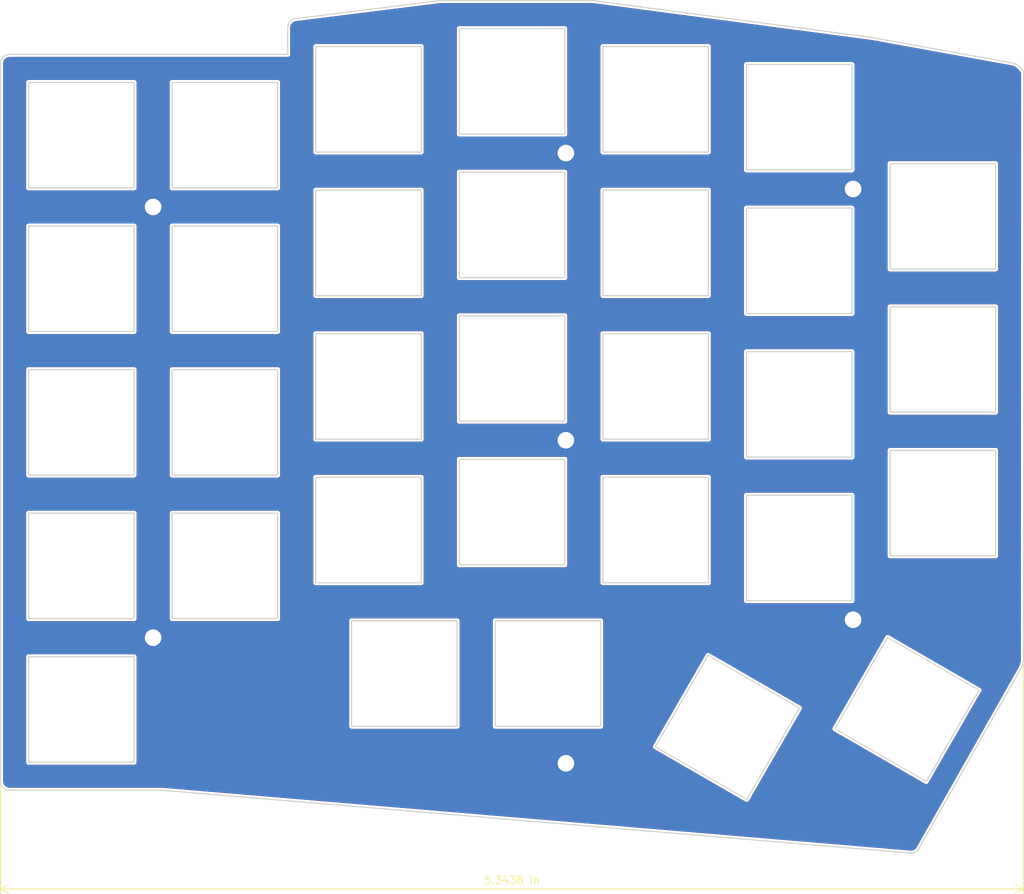
<source format=kicad_pcb>
(kicad_pcb (version 20171130) (host pcbnew "(5.1.0)-1")

  (general
    (thickness 1.6)
    (drawings 19)
    (tracks 0)
    (zones 0)
    (modules 39)
    (nets 2)
  )

  (page A4)
  (layers
    (0 F.Cu signal)
    (31 B.Cu signal)
    (32 B.Adhes user hide)
    (33 F.Adhes user hide)
    (34 B.Paste user hide)
    (35 F.Paste user hide)
    (36 B.SilkS user)
    (37 F.SilkS user)
    (38 B.Mask user)
    (39 F.Mask user)
    (40 Dwgs.User user)
    (41 Cmts.User user hide)
    (42 Eco1.User user)
    (43 Eco2.User user)
    (44 Edge.Cuts user)
    (45 Margin user)
    (46 B.CrtYd user)
    (47 F.CrtYd user)
    (48 B.Fab user hide)
    (49 F.Fab user hide)
  )

  (setup
    (last_trace_width 0.25)
    (trace_clearance 0.2)
    (zone_clearance 0.254)
    (zone_45_only no)
    (trace_min 0.2)
    (via_size 0.8)
    (via_drill 0.4)
    (via_min_size 0.4)
    (via_min_drill 0.3)
    (uvia_size 0.3)
    (uvia_drill 0.1)
    (uvias_allowed no)
    (uvia_min_size 0.2)
    (uvia_min_drill 0.1)
    (edge_width 0.15)
    (segment_width 0.2)
    (pcb_text_width 0.3)
    (pcb_text_size 1.5 1.5)
    (mod_edge_width 0.15)
    (mod_text_size 1 1)
    (mod_text_width 0.15)
    (pad_size 2.4 2.4)
    (pad_drill 2.2)
    (pad_to_mask_clearance 0.051)
    (solder_mask_min_width 0.25)
    (aux_axis_origin 14.68433 13.49361)
    (visible_elements 7FFFFFFF)
    (pcbplotparams
      (layerselection 0x010f0_ffffffff)
      (usegerberextensions true)
      (usegerberattributes false)
      (usegerberadvancedattributes false)
      (creategerberjobfile false)
      (excludeedgelayer true)
      (linewidth 0.100000)
      (plotframeref false)
      (viasonmask false)
      (mode 1)
      (useauxorigin false)
      (hpglpennumber 1)
      (hpglpenspeed 20)
      (hpglpendiameter 15.000000)
      (psnegative false)
      (psa4output false)
      (plotreference true)
      (plotvalue true)
      (plotinvisibletext false)
      (padsonsilk false)
      (subtractmaskfromsilk false)
      (outputformat 1)
      (mirror false)
      (drillshape 0)
      (scaleselection 1)
      (outputdirectory "plots/"))
  )

  (net 0 "")
  (net 1 GND)

  (net_class Default "これはデフォルトのネット クラスです。"
    (clearance 0.2)
    (trace_width 0.25)
    (via_dia 0.8)
    (via_drill 0.4)
    (uvia_dia 0.3)
    (uvia_drill 0.1)
    (add_net GND)
  )

  (module ex64lib:CPG151101S11_frame (layer F.Cu) (tedit 5CAA4851) (tstamp 5CB1DB94)
    (at 120.65 82.55)
    (path /5C4F9B6D)
    (fp_text reference SW19 (at -8.4 0 180) (layer F.SilkS) hide
      (effects (font (size 1 1) (thickness 0.15)))
    )
    (fp_text value SW_Push (at 0 3) (layer F.SilkS) hide
      (effects (font (size 1 1) (thickness 0.15)))
    )
    (fp_line (start -9.4 -9.4) (end 9.4 -9.4) (layer Dwgs.User) (width 0.15))
    (fp_line (start 9.4 -9.4) (end 9.4 9.4) (layer Dwgs.User) (width 0.15))
    (fp_line (start 9.4 9.4) (end -9.4 9.4) (layer Dwgs.User) (width 0.15))
    (fp_line (start -9.4 9.4) (end -9.4 -9.4) (layer Dwgs.User) (width 0.15))
    (fp_line (start -7 -7) (end 7 -7) (layer Edge.Cuts) (width 0.15))
    (fp_line (start 7 -7) (end 7 7) (layer Edge.Cuts) (width 0.15))
    (fp_line (start -7 7) (end 7 7) (layer Edge.Cuts) (width 0.15))
    (fp_line (start -7 -7) (end -7 7) (layer Edge.Cuts) (width 0.15))
  )

  (module ex64lib:CPG151101S11_frame (layer F.Cu) (tedit 5CAA4851) (tstamp 5CB1DB45)
    (at 101.6 80.16875)
    (path /5C4F9B5F)
    (fp_text reference SW18 (at -8.4 0 180) (layer F.SilkS) hide
      (effects (font (size 1 1) (thickness 0.15)))
    )
    (fp_text value SW_Push (at 0 3) (layer F.SilkS) hide
      (effects (font (size 1 1) (thickness 0.15)))
    )
    (fp_line (start -9.4 -9.4) (end 9.4 -9.4) (layer Dwgs.User) (width 0.15))
    (fp_line (start 9.4 -9.4) (end 9.4 9.4) (layer Dwgs.User) (width 0.15))
    (fp_line (start 9.4 9.4) (end -9.4 9.4) (layer Dwgs.User) (width 0.15))
    (fp_line (start -9.4 9.4) (end -9.4 -9.4) (layer Dwgs.User) (width 0.15))
    (fp_line (start -7 -7) (end 7 -7) (layer Edge.Cuts) (width 0.15))
    (fp_line (start 7 -7) (end 7 7) (layer Edge.Cuts) (width 0.15))
    (fp_line (start -7 7) (end 7 7) (layer Edge.Cuts) (width 0.15))
    (fp_line (start -7 -7) (end -7 7) (layer Edge.Cuts) (width 0.15))
  )

  (module ex64lib:CPG151101S11_frame (layer F.Cu) (tedit 5CAA4851) (tstamp 5CB1D7E0)
    (at 25.4 65.88125)
    (path /5C4DFEF5)
    (fp_text reference SW7 (at -8.4 0 180) (layer F.SilkS) hide
      (effects (font (size 1 1) (thickness 0.15)))
    )
    (fp_text value SW_Push (at 0 3) (layer F.SilkS) hide
      (effects (font (size 1 1) (thickness 0.15)))
    )
    (fp_line (start -9.4 -9.4) (end 9.4 -9.4) (layer Dwgs.User) (width 0.15))
    (fp_line (start 9.4 -9.4) (end 9.4 9.4) (layer Dwgs.User) (width 0.15))
    (fp_line (start 9.4 9.4) (end -9.4 9.4) (layer Dwgs.User) (width 0.15))
    (fp_line (start -9.4 9.4) (end -9.4 -9.4) (layer Dwgs.User) (width 0.15))
    (fp_line (start -7 -7) (end 7 -7) (layer Edge.Cuts) (width 0.15))
    (fp_line (start 7 -7) (end 7 7) (layer Edge.Cuts) (width 0.15))
    (fp_line (start -7 7) (end 7 7) (layer Edge.Cuts) (width 0.15))
    (fp_line (start -7 -7) (end -7 7) (layer Edge.Cuts) (width 0.15))
  )

  (module ex64lib:CPG151101S11_frame (layer F.Cu) (tedit 5CAA4851) (tstamp 5CB1DF97)
    (at 134.9375 123.03125 240)
    (path /5C53B92F)
    (fp_text reference SW32 (at 0 -3.81 240) (layer F.SilkS) hide
      (effects (font (size 1 1) (thickness 0.15)))
    )
    (fp_text value SW_Push (at 0 3 240) (layer F.SilkS) hide
      (effects (font (size 1 1) (thickness 0.15)))
    )
    (fp_line (start -9.4 -9.4) (end 9.4 -9.4) (layer Dwgs.User) (width 0.15))
    (fp_line (start 9.4 -9.4) (end 9.4 9.4) (layer Dwgs.User) (width 0.15))
    (fp_line (start 9.4 9.4) (end -9.4 9.4) (layer Dwgs.User) (width 0.15))
    (fp_line (start -9.4 9.4) (end -9.4 -9.4) (layer Dwgs.User) (width 0.15))
    (fp_line (start -7 -7) (end 7 -7) (layer Edge.Cuts) (width 0.15))
    (fp_line (start 7 -7) (end 7 7) (layer Edge.Cuts) (width 0.15))
    (fp_line (start -7 7) (end 7 7) (layer Edge.Cuts) (width 0.15))
    (fp_line (start -7 -7) (end -7 7) (layer Edge.Cuts) (width 0.15))
  )

  (module ex64lib:HOLE_M2 (layer F.Cu) (tedit 5C7B3B5E) (tstamp 5CB1D585)
    (at 34.925 56.3563)
    (path /5C42C025)
    (fp_text reference H1 (at 0 -2.54) (layer F.SilkS) hide
      (effects (font (size 0.29972 0.29972) (thickness 0.0762)))
    )
    (fp_text value MountingHole (at 0 2.54) (layer F.SilkS) hide
      (effects (font (size 0.29972 0.29972) (thickness 0.0762)))
    )
    (pad "" thru_hole circle (at 0 0) (size 2.4 2.4) (drill 2.2) (layers *.Cu *.Mask)
      (net 1 GND) (clearance 0.8))
  )

  (module ex64lib:HOLE_M2 (layer F.Cu) (tedit 5C7B3B5E) (tstamp 5CB1D589)
    (at 34.925 113.5063)
    (path /5C42C296)
    (fp_text reference H2 (at 0 -2.54) (layer F.SilkS) hide
      (effects (font (size 0.29972 0.29972) (thickness 0.0762)))
    )
    (fp_text value MountingHole (at 0 2.54) (layer F.SilkS) hide
      (effects (font (size 0.29972 0.29972) (thickness 0.0762)))
    )
    (pad "" thru_hole circle (at 0 0) (size 2.4 2.4) (drill 2.2) (layers *.Cu *.Mask)
      (net 1 GND) (clearance 0.8))
  )

  (module ex64lib:HOLE_M2 (layer F.Cu) (tedit 5CBE79D0) (tstamp 5CB1D58D)
    (at 89.69375 49.2125)
    (path /5C42C3A0)
    (fp_text reference H3 (at 0 -2.54) (layer F.SilkS) hide
      (effects (font (size 0.29972 0.29972) (thickness 0.0762)))
    )
    (fp_text value MountingHole (at 0 2.54) (layer F.SilkS) hide
      (effects (font (size 0.29972 0.29972) (thickness 0.0762)))
    )
    (pad "" thru_hole circle (at 0 0) (size 2.4 2.4) (drill 2.2) (layers *.Cu *.Mask)
      (net 1 GND) (clearance 0.8))
  )

  (module ex64lib:HOLE_M2 (layer F.Cu) (tedit 5C7B3B5E) (tstamp 5CB1D591)
    (at 89.69375 87.3125)
    (path /5C42C4B0)
    (fp_text reference H4 (at 0 -2.54) (layer F.SilkS) hide
      (effects (font (size 0.29972 0.29972) (thickness 0.0762)))
    )
    (fp_text value MountingHole (at 0 2.54) (layer F.SilkS) hide
      (effects (font (size 0.29972 0.29972) (thickness 0.0762)))
    )
    (pad "" thru_hole circle (at 0 0) (size 2.4 2.4) (drill 2.2) (layers *.Cu *.Mask)
      (net 1 GND) (clearance 0.8))
  )

  (module ex64lib:HOLE_M2 (layer F.Cu) (tedit 5C7B3B5E) (tstamp 5CB1D595)
    (at 89.69375 130.175)
    (path /5C42C6CC)
    (fp_text reference H5 (at 0 -2.54) (layer F.SilkS) hide
      (effects (font (size 0.29972 0.29972) (thickness 0.0762)))
    )
    (fp_text value MountingHole (at 0 2.54) (layer F.SilkS) hide
      (effects (font (size 0.29972 0.29972) (thickness 0.0762)))
    )
    (pad "" thru_hole circle (at 0 0) (size 2.4 2.4) (drill 2.2) (layers *.Cu *.Mask)
      (net 1 GND) (clearance 0.8))
  )

  (module ex64lib:HOLE_M2 (layer F.Cu) (tedit 5C7B3B5E) (tstamp 5CB1D599)
    (at 127.79375 53.975)
    (path /5C42C7AE)
    (fp_text reference H6 (at 0 -2.54) (layer F.SilkS) hide
      (effects (font (size 0.29972 0.29972) (thickness 0.0762)))
    )
    (fp_text value MountingHole (at 0 2.54) (layer F.SilkS) hide
      (effects (font (size 0.29972 0.29972) (thickness 0.0762)))
    )
    (pad "" thru_hole circle (at 0 0) (size 2.4 2.4) (drill 2.2) (layers *.Cu *.Mask)
      (net 1 GND) (clearance 0.8))
  )

  (module ex64lib:HOLE_M2 (layer F.Cu) (tedit 5C7B3B5E) (tstamp 5CB1D59D)
    (at 127.79375 111.125)
    (path /5C43AD5B)
    (fp_text reference H7 (at 0 -2.54) (layer F.SilkS) hide
      (effects (font (size 0.29972 0.29972) (thickness 0.0762)))
    )
    (fp_text value MountingHole (at 0 2.54) (layer F.SilkS) hide
      (effects (font (size 0.29972 0.29972) (thickness 0.0762)))
    )
    (pad "" thru_hole circle (at 0 0) (size 2.4 2.4) (drill 2.2) (layers *.Cu *.Mask)
      (net 1 GND) (clearance 0.8))
  )

  (module ex64lib:CPG151101S11_frame (layer F.Cu) (tedit 5CAA4851) (tstamp 5CB1D606)
    (at 25.4 46.83125)
    (path /5C4ADD8A)
    (fp_text reference SW1 (at -8.4 0 180) (layer F.SilkS) hide
      (effects (font (size 1 1) (thickness 0.15)))
    )
    (fp_text value SW_Push (at 0 3) (layer F.SilkS) hide
      (effects (font (size 1 1) (thickness 0.15)))
    )
    (fp_line (start -9.4 -9.4) (end 9.4 -9.4) (layer Dwgs.User) (width 0.15))
    (fp_line (start 9.4 -9.4) (end 9.4 9.4) (layer Dwgs.User) (width 0.15))
    (fp_line (start 9.4 9.4) (end -9.4 9.4) (layer Dwgs.User) (width 0.15))
    (fp_line (start -9.4 9.4) (end -9.4 -9.4) (layer Dwgs.User) (width 0.15))
    (fp_line (start -7 -7) (end 7 -7) (layer Edge.Cuts) (width 0.15))
    (fp_line (start 7 -7) (end 7 7) (layer Edge.Cuts) (width 0.15))
    (fp_line (start -7 7) (end 7 7) (layer Edge.Cuts) (width 0.15))
    (fp_line (start -7 -7) (end -7 7) (layer Edge.Cuts) (width 0.15))
  )

  (module ex64lib:CPG151101S11_frame (layer F.Cu) (tedit 5CAA4851) (tstamp 5CB1D6A4)
    (at 63.5 42.06875)
    (path /5C4B43F7)
    (fp_text reference SW3 (at -8.4 0 180) (layer F.SilkS) hide
      (effects (font (size 1 1) (thickness 0.15)))
    )
    (fp_text value SW_Push (at 0 3) (layer F.SilkS) hide
      (effects (font (size 1 1) (thickness 0.15)))
    )
    (fp_line (start -9.4 -9.4) (end 9.4 -9.4) (layer Dwgs.User) (width 0.15))
    (fp_line (start 9.4 -9.4) (end 9.4 9.4) (layer Dwgs.User) (width 0.15))
    (fp_line (start 9.4 9.4) (end -9.4 9.4) (layer Dwgs.User) (width 0.15))
    (fp_line (start -9.4 9.4) (end -9.4 -9.4) (layer Dwgs.User) (width 0.15))
    (fp_line (start -7 -7) (end 7 -7) (layer Edge.Cuts) (width 0.15))
    (fp_line (start 7 -7) (end 7 7) (layer Edge.Cuts) (width 0.15))
    (fp_line (start -7 7) (end 7 7) (layer Edge.Cuts) (width 0.15))
    (fp_line (start -7 -7) (end -7 7) (layer Edge.Cuts) (width 0.15))
  )

  (module ex64lib:CPG151101S11_frame (layer F.Cu) (tedit 5CAA4851) (tstamp 5CB1D6F3)
    (at 82.55 39.6875)
    (path /5C4B4405)
    (fp_text reference SW4 (at -8.4 0 180) (layer F.SilkS) hide
      (effects (font (size 1 1) (thickness 0.15)))
    )
    (fp_text value SW_Push (at 0 3) (layer F.SilkS) hide
      (effects (font (size 1 1) (thickness 0.15)))
    )
    (fp_line (start -9.4 -9.4) (end 9.4 -9.4) (layer Dwgs.User) (width 0.15))
    (fp_line (start 9.4 -9.4) (end 9.4 9.4) (layer Dwgs.User) (width 0.15))
    (fp_line (start 9.4 9.4) (end -9.4 9.4) (layer Dwgs.User) (width 0.15))
    (fp_line (start -9.4 9.4) (end -9.4 -9.4) (layer Dwgs.User) (width 0.15))
    (fp_line (start -7 -7) (end 7 -7) (layer Edge.Cuts) (width 0.15))
    (fp_line (start 7 -7) (end 7 7) (layer Edge.Cuts) (width 0.15))
    (fp_line (start -7 7) (end 7 7) (layer Edge.Cuts) (width 0.15))
    (fp_line (start -7 -7) (end -7 7) (layer Edge.Cuts) (width 0.15))
  )

  (module ex64lib:CPG151101S11_frame (layer F.Cu) (tedit 5CAA4851) (tstamp 5CB1D742)
    (at 101.6 42.06875)
    (path /5C4B74C2)
    (fp_text reference SW5 (at -8.4 0 180) (layer F.SilkS) hide
      (effects (font (size 1 1) (thickness 0.15)))
    )
    (fp_text value SW_Push (at 0 3) (layer F.SilkS) hide
      (effects (font (size 1 1) (thickness 0.15)))
    )
    (fp_line (start -9.4 -9.4) (end 9.4 -9.4) (layer Dwgs.User) (width 0.15))
    (fp_line (start 9.4 -9.4) (end 9.4 9.4) (layer Dwgs.User) (width 0.15))
    (fp_line (start 9.4 9.4) (end -9.4 9.4) (layer Dwgs.User) (width 0.15))
    (fp_line (start -9.4 9.4) (end -9.4 -9.4) (layer Dwgs.User) (width 0.15))
    (fp_line (start -7 -7) (end 7 -7) (layer Edge.Cuts) (width 0.15))
    (fp_line (start 7 -7) (end 7 7) (layer Edge.Cuts) (width 0.15))
    (fp_line (start -7 7) (end 7 7) (layer Edge.Cuts) (width 0.15))
    (fp_line (start -7 -7) (end -7 7) (layer Edge.Cuts) (width 0.15))
  )

  (module ex64lib:CPG151101S11_frame (layer F.Cu) (tedit 5CAA4851) (tstamp 5CB1D791)
    (at 120.65 44.45)
    (path /5C4B74D0)
    (fp_text reference SW6 (at -8.4 0 180) (layer F.SilkS) hide
      (effects (font (size 1 1) (thickness 0.15)))
    )
    (fp_text value SW_Push (at 0 3) (layer F.SilkS) hide
      (effects (font (size 1 1) (thickness 0.15)))
    )
    (fp_line (start -9.4 -9.4) (end 9.4 -9.4) (layer Dwgs.User) (width 0.15))
    (fp_line (start 9.4 -9.4) (end 9.4 9.4) (layer Dwgs.User) (width 0.15))
    (fp_line (start 9.4 9.4) (end -9.4 9.4) (layer Dwgs.User) (width 0.15))
    (fp_line (start -9.4 9.4) (end -9.4 -9.4) (layer Dwgs.User) (width 0.15))
    (fp_line (start -7 -7) (end 7 -7) (layer Edge.Cuts) (width 0.15))
    (fp_line (start 7 -7) (end 7 7) (layer Edge.Cuts) (width 0.15))
    (fp_line (start -7 7) (end 7 7) (layer Edge.Cuts) (width 0.15))
    (fp_line (start -7 -7) (end -7 7) (layer Edge.Cuts) (width 0.15))
  )

  (module ex64lib:CPG151101S11_frame (layer F.Cu) (tedit 5CAA4851) (tstamp 5CB1D82F)
    (at 44.45 65.88125)
    (path /5C4DFF03)
    (fp_text reference SW8 (at -8.4 0 180) (layer F.SilkS) hide
      (effects (font (size 1 1) (thickness 0.15)))
    )
    (fp_text value SW_Push (at 0 3) (layer F.SilkS) hide
      (effects (font (size 1 1) (thickness 0.15)))
    )
    (fp_line (start -9.4 -9.4) (end 9.4 -9.4) (layer Dwgs.User) (width 0.15))
    (fp_line (start 9.4 -9.4) (end 9.4 9.4) (layer Dwgs.User) (width 0.15))
    (fp_line (start 9.4 9.4) (end -9.4 9.4) (layer Dwgs.User) (width 0.15))
    (fp_line (start -9.4 9.4) (end -9.4 -9.4) (layer Dwgs.User) (width 0.15))
    (fp_line (start -7 -7) (end 7 -7) (layer Edge.Cuts) (width 0.15))
    (fp_line (start 7 -7) (end 7 7) (layer Edge.Cuts) (width 0.15))
    (fp_line (start -7 7) (end 7 7) (layer Edge.Cuts) (width 0.15))
    (fp_line (start -7 -7) (end -7 7) (layer Edge.Cuts) (width 0.15))
  )

  (module ex64lib:CPG151101S11_frame (layer F.Cu) (tedit 5CAA4851) (tstamp 5CB1D87E)
    (at 63.5 61.11875)
    (path /5C4DFF11)
    (fp_text reference SW9 (at -8.4 0 180) (layer F.SilkS) hide
      (effects (font (size 1 1) (thickness 0.15)))
    )
    (fp_text value SW_Push (at 0 3) (layer F.SilkS) hide
      (effects (font (size 1 1) (thickness 0.15)))
    )
    (fp_line (start -9.4 -9.4) (end 9.4 -9.4) (layer Dwgs.User) (width 0.15))
    (fp_line (start 9.4 -9.4) (end 9.4 9.4) (layer Dwgs.User) (width 0.15))
    (fp_line (start 9.4 9.4) (end -9.4 9.4) (layer Dwgs.User) (width 0.15))
    (fp_line (start -9.4 9.4) (end -9.4 -9.4) (layer Dwgs.User) (width 0.15))
    (fp_line (start -7 -7) (end 7 -7) (layer Edge.Cuts) (width 0.15))
    (fp_line (start 7 -7) (end 7 7) (layer Edge.Cuts) (width 0.15))
    (fp_line (start -7 7) (end 7 7) (layer Edge.Cuts) (width 0.15))
    (fp_line (start -7 -7) (end -7 7) (layer Edge.Cuts) (width 0.15))
  )

  (module ex64lib:CPG151101S11_frame (layer F.Cu) (tedit 5CAA4851) (tstamp 5CB1D8CD)
    (at 82.55 58.7375)
    (path /5C4DFF1F)
    (fp_text reference SW10 (at -8.4 0 180) (layer F.SilkS) hide
      (effects (font (size 1 1) (thickness 0.15)))
    )
    (fp_text value SW_Push (at 0 3) (layer F.SilkS) hide
      (effects (font (size 1 1) (thickness 0.15)))
    )
    (fp_line (start -9.4 -9.4) (end 9.4 -9.4) (layer Dwgs.User) (width 0.15))
    (fp_line (start 9.4 -9.4) (end 9.4 9.4) (layer Dwgs.User) (width 0.15))
    (fp_line (start 9.4 9.4) (end -9.4 9.4) (layer Dwgs.User) (width 0.15))
    (fp_line (start -9.4 9.4) (end -9.4 -9.4) (layer Dwgs.User) (width 0.15))
    (fp_line (start -7 -7) (end 7 -7) (layer Edge.Cuts) (width 0.15))
    (fp_line (start 7 -7) (end 7 7) (layer Edge.Cuts) (width 0.15))
    (fp_line (start -7 7) (end 7 7) (layer Edge.Cuts) (width 0.15))
    (fp_line (start -7 -7) (end -7 7) (layer Edge.Cuts) (width 0.15))
  )

  (module ex64lib:CPG151101S11_frame (layer F.Cu) (tedit 5CAA4851) (tstamp 5CB1D91C)
    (at 101.6 61.11875)
    (path /5C4DFF2D)
    (fp_text reference SW11 (at -8.4 0 180) (layer F.SilkS) hide
      (effects (font (size 1 1) (thickness 0.15)))
    )
    (fp_text value SW_Push (at 0 3) (layer F.SilkS) hide
      (effects (font (size 1 1) (thickness 0.15)))
    )
    (fp_line (start -9.4 -9.4) (end 9.4 -9.4) (layer Dwgs.User) (width 0.15))
    (fp_line (start 9.4 -9.4) (end 9.4 9.4) (layer Dwgs.User) (width 0.15))
    (fp_line (start 9.4 9.4) (end -9.4 9.4) (layer Dwgs.User) (width 0.15))
    (fp_line (start -9.4 9.4) (end -9.4 -9.4) (layer Dwgs.User) (width 0.15))
    (fp_line (start -7 -7) (end 7 -7) (layer Edge.Cuts) (width 0.15))
    (fp_line (start 7 -7) (end 7 7) (layer Edge.Cuts) (width 0.15))
    (fp_line (start -7 7) (end 7 7) (layer Edge.Cuts) (width 0.15))
    (fp_line (start -7 -7) (end -7 7) (layer Edge.Cuts) (width 0.15))
  )

  (module ex64lib:CPG151101S11_frame (layer F.Cu) (tedit 5CAA4851) (tstamp 5CB1D96B)
    (at 120.65 63.5)
    (path /5C4DFF3B)
    (fp_text reference SW12 (at -8.4 0 180) (layer F.SilkS) hide
      (effects (font (size 1 1) (thickness 0.15)))
    )
    (fp_text value SW_Push (at 0 3) (layer F.SilkS) hide
      (effects (font (size 1 1) (thickness 0.15)))
    )
    (fp_line (start -9.4 -9.4) (end 9.4 -9.4) (layer Dwgs.User) (width 0.15))
    (fp_line (start 9.4 -9.4) (end 9.4 9.4) (layer Dwgs.User) (width 0.15))
    (fp_line (start 9.4 9.4) (end -9.4 9.4) (layer Dwgs.User) (width 0.15))
    (fp_line (start -9.4 9.4) (end -9.4 -9.4) (layer Dwgs.User) (width 0.15))
    (fp_line (start -7 -7) (end 7 -7) (layer Edge.Cuts) (width 0.15))
    (fp_line (start 7 -7) (end 7 7) (layer Edge.Cuts) (width 0.15))
    (fp_line (start -7 7) (end 7 7) (layer Edge.Cuts) (width 0.15))
    (fp_line (start -7 -7) (end -7 7) (layer Edge.Cuts) (width 0.15))
  )

  (module ex64lib:CPG151101S11_frame (layer F.Cu) (tedit 5CAA4851) (tstamp 5CBE7AED)
    (at 139.70008 57.6)
    (path /5C53B8FD)
    (fp_text reference SW13 (at -8.4 0 180) (layer F.SilkS) hide
      (effects (font (size 1 1) (thickness 0.15)))
    )
    (fp_text value SW_Push (at 0 3) (layer F.SilkS) hide
      (effects (font (size 1 1) (thickness 0.15)))
    )
    (fp_line (start -9.4 -9.4) (end 9.4 -9.4) (layer Dwgs.User) (width 0.15))
    (fp_line (start 9.4 -9.4) (end 9.4 9.4) (layer Dwgs.User) (width 0.15))
    (fp_line (start 9.4 9.4) (end -9.4 9.4) (layer Dwgs.User) (width 0.15))
    (fp_line (start -9.4 9.4) (end -9.4 -9.4) (layer Dwgs.User) (width 0.15))
    (fp_line (start -7 -7) (end 7 -7) (layer Edge.Cuts) (width 0.15))
    (fp_line (start 7 -7) (end 7 7) (layer Edge.Cuts) (width 0.15))
    (fp_line (start -7 7) (end 7 7) (layer Edge.Cuts) (width 0.15))
    (fp_line (start -7 -7) (end -7 7) (layer Edge.Cuts) (width 0.15))
  )

  (module ex64lib:CPG151101S11_frame (layer F.Cu) (tedit 5CAA4851) (tstamp 5CB1DA09)
    (at 25.4 84.93125)
    (path /5C4F9B27)
    (fp_text reference SW14 (at -8.4 0 180) (layer F.SilkS) hide
      (effects (font (size 1 1) (thickness 0.15)))
    )
    (fp_text value SW_Push (at 0 3) (layer F.SilkS) hide
      (effects (font (size 1 1) (thickness 0.15)))
    )
    (fp_line (start -9.4 -9.4) (end 9.4 -9.4) (layer Dwgs.User) (width 0.15))
    (fp_line (start 9.4 -9.4) (end 9.4 9.4) (layer Dwgs.User) (width 0.15))
    (fp_line (start 9.4 9.4) (end -9.4 9.4) (layer Dwgs.User) (width 0.15))
    (fp_line (start -9.4 9.4) (end -9.4 -9.4) (layer Dwgs.User) (width 0.15))
    (fp_line (start -7 -7) (end 7 -7) (layer Edge.Cuts) (width 0.15))
    (fp_line (start 7 -7) (end 7 7) (layer Edge.Cuts) (width 0.15))
    (fp_line (start -7 7) (end 7 7) (layer Edge.Cuts) (width 0.15))
    (fp_line (start -7 -7) (end -7 7) (layer Edge.Cuts) (width 0.15))
  )

  (module ex64lib:CPG151101S11_frame (layer F.Cu) (tedit 5CAA4851) (tstamp 5CB1DA58)
    (at 44.45 84.93125)
    (path /5C4F9B35)
    (fp_text reference SW15 (at -8.4 0 180) (layer F.SilkS) hide
      (effects (font (size 1 1) (thickness 0.15)))
    )
    (fp_text value SW_Push (at 0 3) (layer F.SilkS) hide
      (effects (font (size 1 1) (thickness 0.15)))
    )
    (fp_line (start -9.4 -9.4) (end 9.4 -9.4) (layer Dwgs.User) (width 0.15))
    (fp_line (start 9.4 -9.4) (end 9.4 9.4) (layer Dwgs.User) (width 0.15))
    (fp_line (start 9.4 9.4) (end -9.4 9.4) (layer Dwgs.User) (width 0.15))
    (fp_line (start -9.4 9.4) (end -9.4 -9.4) (layer Dwgs.User) (width 0.15))
    (fp_line (start -7 -7) (end 7 -7) (layer Edge.Cuts) (width 0.15))
    (fp_line (start 7 -7) (end 7 7) (layer Edge.Cuts) (width 0.15))
    (fp_line (start -7 7) (end 7 7) (layer Edge.Cuts) (width 0.15))
    (fp_line (start -7 -7) (end -7 7) (layer Edge.Cuts) (width 0.15))
  )

  (module ex64lib:CPG151101S11_frame (layer F.Cu) (tedit 5CAA4851) (tstamp 5CB1DAA7)
    (at 63.5 80.16875)
    (path /5C4F9B43)
    (fp_text reference SW16 (at -8.4 0 180) (layer F.SilkS) hide
      (effects (font (size 1 1) (thickness 0.15)))
    )
    (fp_text value SW_Push (at 0 3) (layer F.SilkS) hide
      (effects (font (size 1 1) (thickness 0.15)))
    )
    (fp_line (start -9.4 -9.4) (end 9.4 -9.4) (layer Dwgs.User) (width 0.15))
    (fp_line (start 9.4 -9.4) (end 9.4 9.4) (layer Dwgs.User) (width 0.15))
    (fp_line (start 9.4 9.4) (end -9.4 9.4) (layer Dwgs.User) (width 0.15))
    (fp_line (start -9.4 9.4) (end -9.4 -9.4) (layer Dwgs.User) (width 0.15))
    (fp_line (start -7 -7) (end 7 -7) (layer Edge.Cuts) (width 0.15))
    (fp_line (start 7 -7) (end 7 7) (layer Edge.Cuts) (width 0.15))
    (fp_line (start -7 7) (end 7 7) (layer Edge.Cuts) (width 0.15))
    (fp_line (start -7 -7) (end -7 7) (layer Edge.Cuts) (width 0.15))
  )

  (module ex64lib:CPG151101S11_frame (layer F.Cu) (tedit 5CAA4851) (tstamp 5CB1DAF6)
    (at 82.55 77.7875)
    (path /5C4F9B51)
    (fp_text reference SW17 (at -8.4 0 180) (layer F.SilkS) hide
      (effects (font (size 1 1) (thickness 0.15)))
    )
    (fp_text value SW_Push (at 0 3) (layer F.SilkS) hide
      (effects (font (size 1 1) (thickness 0.15)))
    )
    (fp_line (start -9.4 -9.4) (end 9.4 -9.4) (layer Dwgs.User) (width 0.15))
    (fp_line (start 9.4 -9.4) (end 9.4 9.4) (layer Dwgs.User) (width 0.15))
    (fp_line (start 9.4 9.4) (end -9.4 9.4) (layer Dwgs.User) (width 0.15))
    (fp_line (start -9.4 9.4) (end -9.4 -9.4) (layer Dwgs.User) (width 0.15))
    (fp_line (start -7 -7) (end 7 -7) (layer Edge.Cuts) (width 0.15))
    (fp_line (start 7 -7) (end 7 7) (layer Edge.Cuts) (width 0.15))
    (fp_line (start -7 7) (end 7 7) (layer Edge.Cuts) (width 0.15))
    (fp_line (start -7 -7) (end -7 7) (layer Edge.Cuts) (width 0.15))
  )

  (module ex64lib:CPG151101S11_frame (layer F.Cu) (tedit 5CAA4851) (tstamp 5CB1DBE3)
    (at 139.70008 76.59693)
    (path /5C53B90D)
    (fp_text reference SW20 (at -8.4 0 180) (layer F.SilkS) hide
      (effects (font (size 1 1) (thickness 0.15)))
    )
    (fp_text value SW_Push (at 0 3) (layer F.SilkS) hide
      (effects (font (size 1 1) (thickness 0.15)))
    )
    (fp_line (start -9.4 -9.4) (end 9.4 -9.4) (layer Dwgs.User) (width 0.15))
    (fp_line (start 9.4 -9.4) (end 9.4 9.4) (layer Dwgs.User) (width 0.15))
    (fp_line (start 9.4 9.4) (end -9.4 9.4) (layer Dwgs.User) (width 0.15))
    (fp_line (start -9.4 9.4) (end -9.4 -9.4) (layer Dwgs.User) (width 0.15))
    (fp_line (start -7 -7) (end 7 -7) (layer Edge.Cuts) (width 0.15))
    (fp_line (start 7 -7) (end 7 7) (layer Edge.Cuts) (width 0.15))
    (fp_line (start -7 7) (end 7 7) (layer Edge.Cuts) (width 0.15))
    (fp_line (start -7 -7) (end -7 7) (layer Edge.Cuts) (width 0.15))
  )

  (module ex64lib:CPG151101S11_frame (layer F.Cu) (tedit 5CAA4851) (tstamp 5CB1DC32)
    (at 25.4 103.98125)
    (path /5C4FEB5C)
    (fp_text reference SW21 (at -8.4 0 180) (layer F.SilkS) hide
      (effects (font (size 1 1) (thickness 0.15)))
    )
    (fp_text value SW_Push (at 0 3) (layer F.SilkS) hide
      (effects (font (size 1 1) (thickness 0.15)))
    )
    (fp_line (start -9.4 -9.4) (end 9.4 -9.4) (layer Dwgs.User) (width 0.15))
    (fp_line (start 9.4 -9.4) (end 9.4 9.4) (layer Dwgs.User) (width 0.15))
    (fp_line (start 9.4 9.4) (end -9.4 9.4) (layer Dwgs.User) (width 0.15))
    (fp_line (start -9.4 9.4) (end -9.4 -9.4) (layer Dwgs.User) (width 0.15))
    (fp_line (start -7 -7) (end 7 -7) (layer Edge.Cuts) (width 0.15))
    (fp_line (start 7 -7) (end 7 7) (layer Edge.Cuts) (width 0.15))
    (fp_line (start -7 7) (end 7 7) (layer Edge.Cuts) (width 0.15))
    (fp_line (start -7 -7) (end -7 7) (layer Edge.Cuts) (width 0.15))
  )

  (module ex64lib:CPG151101S11_frame (layer F.Cu) (tedit 5CAA4851) (tstamp 5CB1DC81)
    (at 44.45 103.9813)
    (path /5C4FEB6A)
    (fp_text reference SW22 (at -8.4 0 180) (layer F.SilkS) hide
      (effects (font (size 1 1) (thickness 0.15)))
    )
    (fp_text value SW_Push (at 0 3) (layer F.SilkS) hide
      (effects (font (size 1 1) (thickness 0.15)))
    )
    (fp_line (start -9.4 -9.4) (end 9.4 -9.4) (layer Dwgs.User) (width 0.15))
    (fp_line (start 9.4 -9.4) (end 9.4 9.4) (layer Dwgs.User) (width 0.15))
    (fp_line (start 9.4 9.4) (end -9.4 9.4) (layer Dwgs.User) (width 0.15))
    (fp_line (start -9.4 9.4) (end -9.4 -9.4) (layer Dwgs.User) (width 0.15))
    (fp_line (start -7 -7) (end 7 -7) (layer Edge.Cuts) (width 0.15))
    (fp_line (start 7 -7) (end 7 7) (layer Edge.Cuts) (width 0.15))
    (fp_line (start -7 7) (end 7 7) (layer Edge.Cuts) (width 0.15))
    (fp_line (start -7 -7) (end -7 7) (layer Edge.Cuts) (width 0.15))
  )

  (module ex64lib:CPG151101S11_frame (layer F.Cu) (tedit 5CAA4851) (tstamp 5CB1DCD0)
    (at 63.5 99.2188)
    (path /5C4FEB78)
    (fp_text reference SW23 (at -8.4 0 180) (layer F.SilkS) hide
      (effects (font (size 1 1) (thickness 0.15)))
    )
    (fp_text value SW_Push (at 0 3) (layer F.SilkS) hide
      (effects (font (size 1 1) (thickness 0.15)))
    )
    (fp_line (start -9.4 -9.4) (end 9.4 -9.4) (layer Dwgs.User) (width 0.15))
    (fp_line (start 9.4 -9.4) (end 9.4 9.4) (layer Dwgs.User) (width 0.15))
    (fp_line (start 9.4 9.4) (end -9.4 9.4) (layer Dwgs.User) (width 0.15))
    (fp_line (start -9.4 9.4) (end -9.4 -9.4) (layer Dwgs.User) (width 0.15))
    (fp_line (start -7 -7) (end 7 -7) (layer Edge.Cuts) (width 0.15))
    (fp_line (start 7 -7) (end 7 7) (layer Edge.Cuts) (width 0.15))
    (fp_line (start -7 7) (end 7 7) (layer Edge.Cuts) (width 0.15))
    (fp_line (start -7 -7) (end -7 7) (layer Edge.Cuts) (width 0.15))
  )

  (module ex64lib:CPG151101S11_frame (layer F.Cu) (tedit 5CAA4851) (tstamp 5CB1DD1F)
    (at 82.55 96.8375)
    (path /5C4FEB86)
    (fp_text reference SW24 (at -8.4 0 180) (layer F.SilkS) hide
      (effects (font (size 1 1) (thickness 0.15)))
    )
    (fp_text value SW_Push (at 0 3) (layer F.SilkS) hide
      (effects (font (size 1 1) (thickness 0.15)))
    )
    (fp_line (start -9.4 -9.4) (end 9.4 -9.4) (layer Dwgs.User) (width 0.15))
    (fp_line (start 9.4 -9.4) (end 9.4 9.4) (layer Dwgs.User) (width 0.15))
    (fp_line (start 9.4 9.4) (end -9.4 9.4) (layer Dwgs.User) (width 0.15))
    (fp_line (start -9.4 9.4) (end -9.4 -9.4) (layer Dwgs.User) (width 0.15))
    (fp_line (start -7 -7) (end 7 -7) (layer Edge.Cuts) (width 0.15))
    (fp_line (start 7 -7) (end 7 7) (layer Edge.Cuts) (width 0.15))
    (fp_line (start -7 7) (end 7 7) (layer Edge.Cuts) (width 0.15))
    (fp_line (start -7 -7) (end -7 7) (layer Edge.Cuts) (width 0.15))
  )

  (module ex64lib:CPG151101S11_frame (layer F.Cu) (tedit 5CAA4851) (tstamp 5CB1DD6E)
    (at 101.6 99.21875)
    (path /5C4FEB94)
    (fp_text reference SW25 (at -8.4 0 180) (layer F.SilkS) hide
      (effects (font (size 1 1) (thickness 0.15)))
    )
    (fp_text value SW_Push (at 0 3) (layer F.SilkS) hide
      (effects (font (size 1 1) (thickness 0.15)))
    )
    (fp_line (start -9.4 -9.4) (end 9.4 -9.4) (layer Dwgs.User) (width 0.15))
    (fp_line (start 9.4 -9.4) (end 9.4 9.4) (layer Dwgs.User) (width 0.15))
    (fp_line (start 9.4 9.4) (end -9.4 9.4) (layer Dwgs.User) (width 0.15))
    (fp_line (start -9.4 9.4) (end -9.4 -9.4) (layer Dwgs.User) (width 0.15))
    (fp_line (start -7 -7) (end 7 -7) (layer Edge.Cuts) (width 0.15))
    (fp_line (start 7 -7) (end 7 7) (layer Edge.Cuts) (width 0.15))
    (fp_line (start -7 7) (end 7 7) (layer Edge.Cuts) (width 0.15))
    (fp_line (start -7 -7) (end -7 7) (layer Edge.Cuts) (width 0.15))
  )

  (module ex64lib:CPG151101S11_frame (layer F.Cu) (tedit 5CAA4851) (tstamp 5CB1DDBD)
    (at 120.65 101.6)
    (path /5C4FEBA2)
    (fp_text reference SW26 (at -8.4 0 180) (layer F.SilkS) hide
      (effects (font (size 1 1) (thickness 0.15)))
    )
    (fp_text value SW_Push (at 0 3) (layer F.SilkS) hide
      (effects (font (size 1 1) (thickness 0.15)))
    )
    (fp_line (start -9.4 -9.4) (end 9.4 -9.4) (layer Dwgs.User) (width 0.15))
    (fp_line (start 9.4 -9.4) (end 9.4 9.4) (layer Dwgs.User) (width 0.15))
    (fp_line (start 9.4 9.4) (end -9.4 9.4) (layer Dwgs.User) (width 0.15))
    (fp_line (start -9.4 9.4) (end -9.4 -9.4) (layer Dwgs.User) (width 0.15))
    (fp_line (start -7 -7) (end 7 -7) (layer Edge.Cuts) (width 0.15))
    (fp_line (start 7 -7) (end 7 7) (layer Edge.Cuts) (width 0.15))
    (fp_line (start -7 7) (end 7 7) (layer Edge.Cuts) (width 0.15))
    (fp_line (start -7 -7) (end -7 7) (layer Edge.Cuts) (width 0.15))
  )

  (module ex64lib:CPG151101S11_frame (layer F.Cu) (tedit 5CAA4851) (tstamp 5CB1DE0C)
    (at 139.70008 95.64701)
    (path /5C53B91F)
    (fp_text reference SW27 (at -8.4 0 180) (layer F.SilkS) hide
      (effects (font (size 1 1) (thickness 0.15)))
    )
    (fp_text value SW_Push (at 0 3) (layer F.SilkS) hide
      (effects (font (size 1 1) (thickness 0.15)))
    )
    (fp_line (start -9.4 -9.4) (end 9.4 -9.4) (layer Dwgs.User) (width 0.15))
    (fp_line (start 9.4 -9.4) (end 9.4 9.4) (layer Dwgs.User) (width 0.15))
    (fp_line (start 9.4 9.4) (end -9.4 9.4) (layer Dwgs.User) (width 0.15))
    (fp_line (start -9.4 9.4) (end -9.4 -9.4) (layer Dwgs.User) (width 0.15))
    (fp_line (start -7 -7) (end 7 -7) (layer Edge.Cuts) (width 0.15))
    (fp_line (start 7 -7) (end 7 7) (layer Edge.Cuts) (width 0.15))
    (fp_line (start -7 7) (end 7 7) (layer Edge.Cuts) (width 0.15))
    (fp_line (start -7 -7) (end -7 7) (layer Edge.Cuts) (width 0.15))
  )

  (module ex64lib:CPG151101S11_frame (layer F.Cu) (tedit 5CAA4851) (tstamp 5CB1DE5B)
    (at 25.4 123.03125)
    (path /5C4FEBC2)
    (fp_text reference SW28 (at -8.4 0 180) (layer F.SilkS) hide
      (effects (font (size 1 1) (thickness 0.15)))
    )
    (fp_text value SW_Push (at 0 3) (layer F.SilkS) hide
      (effects (font (size 1 1) (thickness 0.15)))
    )
    (fp_line (start -9.4 -9.4) (end 9.4 -9.4) (layer Dwgs.User) (width 0.15))
    (fp_line (start 9.4 -9.4) (end 9.4 9.4) (layer Dwgs.User) (width 0.15))
    (fp_line (start 9.4 9.4) (end -9.4 9.4) (layer Dwgs.User) (width 0.15))
    (fp_line (start -9.4 9.4) (end -9.4 -9.4) (layer Dwgs.User) (width 0.15))
    (fp_line (start -7 -7) (end 7 -7) (layer Edge.Cuts) (width 0.15))
    (fp_line (start 7 -7) (end 7 7) (layer Edge.Cuts) (width 0.15))
    (fp_line (start -7 7) (end 7 7) (layer Edge.Cuts) (width 0.15))
    (fp_line (start -7 -7) (end -7 7) (layer Edge.Cuts) (width 0.15))
  )

  (module ex64lib:CPG151101S11_frame (layer F.Cu) (tedit 5CAA4851) (tstamp 5CB1DEAA)
    (at 68.2625 118.26875)
    (path /5C4FEBDE)
    (fp_text reference SW29 (at -8.4 0 180) (layer F.SilkS) hide
      (effects (font (size 1 1) (thickness 0.15)))
    )
    (fp_text value SW_Push (at 0 3) (layer F.SilkS) hide
      (effects (font (size 1 1) (thickness 0.15)))
    )
    (fp_line (start -9.4 -9.4) (end 9.4 -9.4) (layer Dwgs.User) (width 0.15))
    (fp_line (start 9.4 -9.4) (end 9.4 9.4) (layer Dwgs.User) (width 0.15))
    (fp_line (start 9.4 9.4) (end -9.4 9.4) (layer Dwgs.User) (width 0.15))
    (fp_line (start -9.4 9.4) (end -9.4 -9.4) (layer Dwgs.User) (width 0.15))
    (fp_line (start -7 -7) (end 7 -7) (layer Edge.Cuts) (width 0.15))
    (fp_line (start 7 -7) (end 7 7) (layer Edge.Cuts) (width 0.15))
    (fp_line (start -7 7) (end 7 7) (layer Edge.Cuts) (width 0.15))
    (fp_line (start -7 -7) (end -7 7) (layer Edge.Cuts) (width 0.15))
  )

  (module ex64lib:CPG151101S11_frame (layer F.Cu) (tedit 5CAA4851) (tstamp 5CB1DEF9)
    (at 87.3125 118.26875)
    (path /5C4FEBEC)
    (fp_text reference SW30 (at -8.4 0 180) (layer F.SilkS) hide
      (effects (font (size 1 1) (thickness 0.15)))
    )
    (fp_text value SW_Push (at 0 3) (layer F.SilkS) hide
      (effects (font (size 1 1) (thickness 0.15)))
    )
    (fp_line (start -9.4 -9.4) (end 9.4 -9.4) (layer Dwgs.User) (width 0.15))
    (fp_line (start 9.4 -9.4) (end 9.4 9.4) (layer Dwgs.User) (width 0.15))
    (fp_line (start 9.4 9.4) (end -9.4 9.4) (layer Dwgs.User) (width 0.15))
    (fp_line (start -9.4 9.4) (end -9.4 -9.4) (layer Dwgs.User) (width 0.15))
    (fp_line (start -7 -7) (end 7 -7) (layer Edge.Cuts) (width 0.15))
    (fp_line (start 7 -7) (end 7 7) (layer Edge.Cuts) (width 0.15))
    (fp_line (start -7 7) (end 7 7) (layer Edge.Cuts) (width 0.15))
    (fp_line (start -7 -7) (end -7 7) (layer Edge.Cuts) (width 0.15))
  )

  (module ex64lib:CPG151101S11_frame (layer F.Cu) (tedit 5CAA4851) (tstamp 5CBE77CD)
    (at 111.125 125.4125 330)
    (path /5C4FEC08)
    (fp_text reference SW31 (at -8.4 0 150) (layer F.SilkS) hide
      (effects (font (size 1 1) (thickness 0.15)))
    )
    (fp_text value SW_Push (at 0 3 330) (layer F.SilkS) hide
      (effects (font (size 1 1) (thickness 0.15)))
    )
    (fp_line (start -9.4 -9.4) (end 9.4 -9.4) (layer Dwgs.User) (width 0.15))
    (fp_line (start 9.4 -9.4) (end 9.4 9.4) (layer Dwgs.User) (width 0.15))
    (fp_line (start 9.4 9.4) (end -9.4 9.4) (layer Dwgs.User) (width 0.15))
    (fp_line (start -9.4 9.4) (end -9.4 -9.4) (layer Dwgs.User) (width 0.15))
    (fp_line (start -7 -7) (end 7 -7) (layer Edge.Cuts) (width 0.15))
    (fp_line (start 7 -7) (end 7 7) (layer Edge.Cuts) (width 0.15))
    (fp_line (start -7 7) (end 7 7) (layer Edge.Cuts) (width 0.15))
    (fp_line (start -7 -7) (end -7 7) (layer Edge.Cuts) (width 0.15))
  )

  (module ex64lib:CPG151101S11_frame (layer F.Cu) (tedit 5CAA4851) (tstamp 5CB1D655)
    (at 44.45 46.83125)
    (path /5C4B139C)
    (fp_text reference SW2 (at -8.4 0 180) (layer F.SilkS) hide
      (effects (font (size 1 1) (thickness 0.15)))
    )
    (fp_text value SW_Push (at 0 3) (layer F.SilkS) hide
      (effects (font (size 1 1) (thickness 0.15)))
    )
    (fp_line (start -9.4 -9.4) (end 9.4 -9.4) (layer Dwgs.User) (width 0.15))
    (fp_line (start 9.4 -9.4) (end 9.4 9.4) (layer Dwgs.User) (width 0.15))
    (fp_line (start 9.4 9.4) (end -9.4 9.4) (layer Dwgs.User) (width 0.15))
    (fp_line (start -9.4 9.4) (end -9.4 -9.4) (layer Dwgs.User) (width 0.15))
    (fp_line (start -7 -7) (end 7 -7) (layer Edge.Cuts) (width 0.15))
    (fp_line (start 7 -7) (end 7 7) (layer Edge.Cuts) (width 0.15))
    (fp_line (start -7 7) (end 7 7) (layer Edge.Cuts) (width 0.15))
    (fp_line (start -7 -7) (end -7 7) (layer Edge.Cuts) (width 0.15))
  )

  (gr_arc (start 15.87453 37.30618) (end 15.87453 36.11555) (angle -90) (layer Edge.Cuts) (width 0.15))
  (gr_line (start 93.26551 28.97173) (end 130.205684 33.860787) (layer Edge.Cuts) (width 0.15) (tstamp 5CBE794E))
  (gr_arc (start 53.97472 32.54362) (end 53.97472 31.35299) (angle -90) (layer Edge.Cuts) (width 0.15))
  (gr_line (start 93.26551 28.97173) (end 73.0248 28.97173) (layer Edge.Cuts) (width 0.15))
  (gr_arc (start 148.03449 39.68748) (end 150.415749 38.496851) (angle -36.9) (layer Edge.Cuts) (width 0.15))
  (gr_line (start 130.205684 33.860787) (end 149.22512 37.30622) (layer Edge.Cuts) (width 0.15))
  (gr_line (start 14.684375 37.30625) (end 14.684375 132.55625) (layer Edge.Cuts) (width 0.15))
  (gr_arc (start 146.812001 115.91925) (end 149.86 117.951249) (angle -21.6) (layer Eco2.User) (width 0.15) (tstamp 5CB7F748))
  (gr_line (start 150.415749 38.496851) (end 150.393988 116.686512) (layer Edge.Cuts) (width 0.15))
  (dimension 135.73125 (width 0.15) (layer F.SilkS)
    (gr_text "135.731 mm" (at 82.55 148.14375) (layer F.SilkS)
      (effects (font (size 1 1) (thickness 0.15)))
    )
    (feature1 (pts (xy 14.684375 114.696875) (xy 14.684375 147.430171)))
    (feature2 (pts (xy 150.415625 114.696875) (xy 150.415625 147.430171)))
    (crossbar (pts (xy 150.415625 146.84375) (xy 14.684375 146.84375)))
    (arrow1a (pts (xy 14.684375 146.84375) (xy 15.810879 146.257329)))
    (arrow1b (pts (xy 14.684375 146.84375) (xy 15.810879 147.430171)))
    (arrow2a (pts (xy 150.415625 146.84375) (xy 149.289121 146.257329)))
    (arrow2b (pts (xy 150.415625 146.84375) (xy 149.289121 147.430171)))
  )
  (gr_line (start 52.78406 36.11555) (end 15.87453 36.11555) (layer Edge.Cuts) (width 0.15))
  (gr_line (start 52.78409 32.54362) (end 52.78406 36.11555) (layer Edge.Cuts) (width 0.15))
  (gr_line (start 73.0248 28.97173) (end 53.97472 31.35299) (layer Edge.Cuts) (width 0.15))
  (gr_arc (start 146.812001 115.91925) (end 149.86 117.951249) (angle -21.59530611) (layer Edge.Cuts) (width 0.15))
  (gr_arc (start 135.508999 140.938251) (end 135.382 142.08125) (angle -64.33483042) (layer Edge.Cuts) (width 0.15))
  (gr_arc (start 15.875 132.55625) (end 14.684375 132.55625) (angle -90) (layer Edge.Cuts) (width 0.15))
  (gr_line (start 136.484226 141.547766) (end 149.86 117.95125) (layer Edge.Cuts) (width 0.15))
  (gr_line (start 36.115625 133.746875) (end 135.382 142.08125) (layer Edge.Cuts) (width 0.15))
  (gr_line (start 15.875 133.746875) (end 36.115625 133.746875) (layer Edge.Cuts) (width 0.15))

  (zone (net 1) (net_name GND) (layer B.Cu) (tstamp 0) (hatch edge 0.508)
    (connect_pads yes (clearance 0.254))
    (min_thickness 0.254)
    (fill yes (arc_segments 32) (thermal_gap 0.508) (thermal_bridge_width 0.508))
    (polygon
      (pts
        (xy 14.684375 133.746875) (xy 14.684375 36.11555) (xy 52.78406 36.11555) (xy 52.78406 31.35303) (xy 73.02477 28.97177)
        (xy 93.26548 28.97177) (xy 130.17501 33.73429) (xy 150.41572 37.30618) (xy 150.415625 117.078125) (xy 136.128125 142.08125)
        (xy 36.115625 133.746875)
      )
    )
    (filled_polygon
      (pts
        (xy 130.135084 34.311419) (xy 149.056795 37.739148) (xy 149.383446 37.944334) (xy 149.696335 38.239546) (xy 149.955102 38.602792)
        (xy 149.959718 38.611396) (xy 149.938008 116.615568) (xy 149.755296 117.188261) (xy 149.461232 117.730032) (xy 136.103369 141.29495)
        (xy 136.01329 141.411898) (xy 135.911686 141.50083) (xy 135.794747 141.568329) (xy 135.666919 141.611832) (xy 135.52738 141.630438)
        (xy 135.409754 141.625975) (xy 36.157058 133.29275) (xy 36.138024 133.290875) (xy 36.13473 133.290875) (xy 36.131455 133.2906)
        (xy 36.112373 133.290875) (xy 15.897304 133.290875) (xy 15.732735 133.274739) (xy 15.595888 133.233423) (xy 15.469675 133.166314)
        (xy 15.358898 133.075966) (xy 15.267782 132.965825) (xy 15.199793 132.840083) (xy 15.157521 132.703526) (xy 15.140375 132.540388)
        (xy 15.140375 116.03125) (xy 17.941794 116.03125) (xy 17.944 116.053649) (xy 17.944001 130.008841) (xy 17.941794 130.03125)
        (xy 17.950598 130.120642) (xy 17.976673 130.206598) (xy 18.019016 130.285816) (xy 18.075999 130.355251) (xy 18.145434 130.412234)
        (xy 18.224652 130.454577) (xy 18.310608 130.480652) (xy 18.377601 130.48725) (xy 18.4 130.489456) (xy 18.422399 130.48725)
        (xy 32.377601 130.48725) (xy 32.4 130.489456) (xy 32.489392 130.480652) (xy 32.575348 130.454577) (xy 32.654566 130.412234)
        (xy 32.724001 130.355251) (xy 32.780984 130.285816) (xy 32.823327 130.206598) (xy 32.849402 130.120642) (xy 32.856 130.053649)
        (xy 32.858206 130.03125) (xy 32.856 130.008851) (xy 32.856 128.004646) (xy 101.105598 128.004646) (xy 101.120229 128.09327)
        (xy 101.15187 128.177336) (xy 101.199303 128.253615) (xy 101.260706 128.319175) (xy 101.315424 128.358386) (xy 101.315429 128.358389)
        (xy 101.33372 128.371496) (xy 101.354217 128.380783) (xy 113.439783 135.358387) (xy 113.458076 135.371496) (xy 113.478575 135.380784)
        (xy 113.539892 135.408567) (xy 113.62737 135.428963) (xy 113.717146 135.431902) (xy 113.80577 135.417271) (xy 113.889836 135.38563)
        (xy 113.966115 135.338197) (xy 114.031675 135.276794) (xy 114.070886 135.222076) (xy 114.070892 135.222066) (xy 114.083995 135.20378)
        (xy 114.09328 135.183289) (xy 119.612685 125.623396) (xy 124.918098 125.623396) (xy 124.932729 125.71202) (xy 124.96437 125.796086)
        (xy 125.011803 125.872365) (xy 125.073206 125.937925) (xy 125.127924 125.977136) (xy 125.127929 125.977139) (xy 125.14622 125.990246)
        (xy 125.166717 125.999533) (xy 137.252283 132.977137) (xy 137.270576 132.990246) (xy 137.291075 132.999534) (xy 137.352392 133.027317)
        (xy 137.43987 133.047713) (xy 137.529646 133.050652) (xy 137.61827 133.036021) (xy 137.702336 133.00438) (xy 137.778615 132.956947)
        (xy 137.844175 132.895544) (xy 137.855134 132.880251) (xy 137.883386 132.840826) (xy 137.883392 132.840816) (xy 137.896495 132.82253)
        (xy 137.90578 132.802039) (xy 144.88339 120.716462) (xy 144.896495 120.698174) (xy 144.905781 120.677681) (xy 144.905784 120.677675)
        (xy 144.933567 120.616358) (xy 144.953963 120.52888) (xy 144.956902 120.439104) (xy 144.942271 120.35048) (xy 144.91063 120.266414)
        (xy 144.91063 120.266413) (xy 144.863197 120.190133) (xy 144.801794 120.124574) (xy 144.747075 120.085363) (xy 144.747063 120.085356)
        (xy 144.72878 120.072255) (xy 144.708293 120.062972) (xy 132.622713 113.08536) (xy 132.604424 113.072255) (xy 132.58393 113.062969)
        (xy 132.583923 113.062965) (xy 132.522607 113.035183) (xy 132.435129 113.014787) (xy 132.345354 113.011848) (xy 132.345353 113.011848)
        (xy 132.256729 113.026479) (xy 132.172663 113.05812) (xy 132.096383 113.105553) (xy 132.030824 113.166956) (xy 131.991613 113.221675)
        (xy 131.991609 113.221682) (xy 131.978504 113.23997) (xy 131.969219 113.260463) (xy 124.991613 125.346032) (xy 124.978504 125.364326)
        (xy 124.941433 125.446143) (xy 124.921037 125.533621) (xy 124.918098 125.623396) (xy 119.612685 125.623396) (xy 121.07089 123.097712)
        (xy 121.083995 123.079424) (xy 121.093281 123.058931) (xy 121.093284 123.058925) (xy 121.121067 122.997608) (xy 121.141463 122.91013)
        (xy 121.144402 122.820354) (xy 121.129771 122.73173) (xy 121.09813 122.647664) (xy 121.09813 122.647663) (xy 121.050697 122.571383)
        (xy 120.989294 122.505824) (xy 120.934575 122.466613) (xy 120.934563 122.466606) (xy 120.91628 122.453505) (xy 120.895793 122.444222)
        (xy 108.810213 115.46661) (xy 108.791924 115.453505) (xy 108.77143 115.444219) (xy 108.771423 115.444215) (xy 108.710107 115.416433)
        (xy 108.622629 115.396037) (xy 108.532854 115.393098) (xy 108.532853 115.393098) (xy 108.444229 115.407729) (xy 108.360163 115.43937)
        (xy 108.283883 115.486803) (xy 108.218324 115.548206) (xy 108.179113 115.602925) (xy 108.179109 115.602932) (xy 108.166004 115.62122)
        (xy 108.156719 115.641713) (xy 101.179113 127.727282) (xy 101.166004 127.745576) (xy 101.128933 127.827393) (xy 101.108537 127.914871)
        (xy 101.105598 128.004646) (xy 32.856 128.004646) (xy 32.856 116.053649) (xy 32.858206 116.03125) (xy 32.849402 115.941858)
        (xy 32.823327 115.855902) (xy 32.780984 115.776684) (xy 32.724001 115.707249) (xy 32.654566 115.650266) (xy 32.575348 115.607923)
        (xy 32.489392 115.581848) (xy 32.422399 115.57525) (xy 32.4 115.573044) (xy 32.377601 115.57525) (xy 18.422399 115.57525)
        (xy 18.4 115.573044) (xy 18.377601 115.57525) (xy 18.310608 115.581848) (xy 18.224652 115.607923) (xy 18.145434 115.650266)
        (xy 18.075999 115.707249) (xy 18.019016 115.776684) (xy 17.976673 115.855902) (xy 17.950598 115.941858) (xy 17.941794 116.03125)
        (xy 15.140375 116.03125) (xy 15.140375 96.98125) (xy 17.941794 96.98125) (xy 17.944 97.003649) (xy 17.944001 110.958841)
        (xy 17.941794 110.98125) (xy 17.950598 111.070642) (xy 17.976673 111.156598) (xy 18.019016 111.235816) (xy 18.075999 111.305251)
        (xy 18.145434 111.362234) (xy 18.224652 111.404577) (xy 18.310608 111.430652) (xy 18.377601 111.43725) (xy 18.4 111.439456)
        (xy 18.422399 111.43725) (xy 32.377601 111.43725) (xy 32.4 111.439456) (xy 32.489392 111.430652) (xy 32.575348 111.404577)
        (xy 32.654566 111.362234) (xy 32.724001 111.305251) (xy 32.780984 111.235816) (xy 32.823327 111.156598) (xy 32.849402 111.070642)
        (xy 32.856 111.003649) (xy 32.858206 110.98125) (xy 32.856 110.958851) (xy 32.856 97.003649) (xy 32.858201 96.9813)
        (xy 36.991794 96.9813) (xy 36.994 97.003699) (xy 36.994001 110.958891) (xy 36.991794 110.9813) (xy 37.000598 111.070692)
        (xy 37.026673 111.156648) (xy 37.069016 111.235866) (xy 37.125999 111.305301) (xy 37.195434 111.362284) (xy 37.274652 111.404627)
        (xy 37.360608 111.430702) (xy 37.427601 111.4373) (xy 37.45 111.439506) (xy 37.472399 111.4373) (xy 51.427601 111.4373)
        (xy 51.45 111.439506) (xy 51.472907 111.43725) (xy 51.539392 111.430702) (xy 51.625348 111.404627) (xy 51.704566 111.362284)
        (xy 51.774001 111.305301) (xy 51.803997 111.26875) (xy 60.804294 111.26875) (xy 60.8065 111.291149) (xy 60.806501 125.246341)
        (xy 60.804294 125.26875) (xy 60.813098 125.358142) (xy 60.839173 125.444098) (xy 60.881516 125.523316) (xy 60.938499 125.592751)
        (xy 61.007934 125.649734) (xy 61.087152 125.692077) (xy 61.173108 125.718152) (xy 61.240101 125.72475) (xy 61.2625 125.726956)
        (xy 61.284899 125.72475) (xy 75.240101 125.72475) (xy 75.2625 125.726956) (xy 75.351892 125.718152) (xy 75.437848 125.692077)
        (xy 75.517066 125.649734) (xy 75.586501 125.592751) (xy 75.643484 125.523316) (xy 75.685827 125.444098) (xy 75.711902 125.358142)
        (xy 75.7185 125.291149) (xy 75.720706 125.26875) (xy 75.7185 125.246351) (xy 75.7185 111.291149) (xy 75.720706 111.26875)
        (xy 79.854294 111.26875) (xy 79.8565 111.291149) (xy 79.856501 125.246341) (xy 79.854294 125.26875) (xy 79.863098 125.358142)
        (xy 79.889173 125.444098) (xy 79.931516 125.523316) (xy 79.988499 125.592751) (xy 80.057934 125.649734) (xy 80.137152 125.692077)
        (xy 80.223108 125.718152) (xy 80.290101 125.72475) (xy 80.3125 125.726956) (xy 80.334899 125.72475) (xy 94.290101 125.72475)
        (xy 94.3125 125.726956) (xy 94.401892 125.718152) (xy 94.487848 125.692077) (xy 94.567066 125.649734) (xy 94.636501 125.592751)
        (xy 94.693484 125.523316) (xy 94.735827 125.444098) (xy 94.761902 125.358142) (xy 94.7685 125.291149) (xy 94.770706 125.26875)
        (xy 94.7685 125.246351) (xy 94.7685 111.291149) (xy 94.770706 111.26875) (xy 94.761902 111.179358) (xy 94.735827 111.093402)
        (xy 94.693484 111.014184) (xy 94.636501 110.944749) (xy 94.567066 110.887766) (xy 94.487848 110.845423) (xy 94.401892 110.819348)
        (xy 94.334899 110.81275) (xy 94.3125 110.810544) (xy 94.290101 110.81275) (xy 80.334899 110.81275) (xy 80.3125 110.810544)
        (xy 80.290101 110.81275) (xy 80.223108 110.819348) (xy 80.137152 110.845423) (xy 80.057934 110.887766) (xy 79.988499 110.944749)
        (xy 79.931516 111.014184) (xy 79.889173 111.093402) (xy 79.863098 111.179358) (xy 79.854294 111.26875) (xy 75.720706 111.26875)
        (xy 75.711902 111.179358) (xy 75.685827 111.093402) (xy 75.643484 111.014184) (xy 75.586501 110.944749) (xy 75.517066 110.887766)
        (xy 75.437848 110.845423) (xy 75.351892 110.819348) (xy 75.284899 110.81275) (xy 75.2625 110.810544) (xy 75.240101 110.81275)
        (xy 61.284899 110.81275) (xy 61.2625 110.810544) (xy 61.240101 110.81275) (xy 61.173108 110.819348) (xy 61.087152 110.845423)
        (xy 61.007934 110.887766) (xy 60.938499 110.944749) (xy 60.881516 111.014184) (xy 60.839173 111.093402) (xy 60.813098 111.179358)
        (xy 60.804294 111.26875) (xy 51.803997 111.26875) (xy 51.830984 111.235866) (xy 51.873327 111.156648) (xy 51.899402 111.070692)
        (xy 51.908206 110.9813) (xy 51.906 110.958901) (xy 51.906 97.003699) (xy 51.908206 96.9813) (xy 51.899402 96.891908)
        (xy 51.873327 96.805952) (xy 51.830984 96.726734) (xy 51.774001 96.657299) (xy 51.704566 96.600316) (xy 51.625348 96.557973)
        (xy 51.539392 96.531898) (xy 51.472399 96.5253) (xy 51.45 96.523094) (xy 51.427601 96.5253) (xy 37.472399 96.5253)
        (xy 37.45 96.523094) (xy 37.427601 96.5253) (xy 37.360608 96.531898) (xy 37.274652 96.557973) (xy 37.195434 96.600316)
        (xy 37.125999 96.657299) (xy 37.069016 96.726734) (xy 37.026673 96.805952) (xy 37.000598 96.891908) (xy 36.991794 96.9813)
        (xy 32.858201 96.9813) (xy 32.858206 96.98125) (xy 32.849402 96.891858) (xy 32.823327 96.805902) (xy 32.780984 96.726684)
        (xy 32.724001 96.657249) (xy 32.654566 96.600266) (xy 32.575348 96.557923) (xy 32.489392 96.531848) (xy 32.422399 96.52525)
        (xy 32.4 96.523044) (xy 32.377601 96.52525) (xy 18.422399 96.52525) (xy 18.4 96.523044) (xy 18.377601 96.52525)
        (xy 18.310608 96.531848) (xy 18.224652 96.557923) (xy 18.145434 96.600266) (xy 18.075999 96.657249) (xy 18.019016 96.726684)
        (xy 17.976673 96.805902) (xy 17.950598 96.891858) (xy 17.941794 96.98125) (xy 15.140375 96.98125) (xy 15.140375 77.93125)
        (xy 17.941794 77.93125) (xy 17.944 77.953649) (xy 17.944001 91.908841) (xy 17.941794 91.93125) (xy 17.950598 92.020642)
        (xy 17.976673 92.106598) (xy 18.019016 92.185816) (xy 18.075999 92.255251) (xy 18.145434 92.312234) (xy 18.224652 92.354577)
        (xy 18.310608 92.380652) (xy 18.377601 92.38725) (xy 18.4 92.389456) (xy 18.422399 92.38725) (xy 32.377601 92.38725)
        (xy 32.4 92.389456) (xy 32.489392 92.380652) (xy 32.575348 92.354577) (xy 32.654566 92.312234) (xy 32.724001 92.255251)
        (xy 32.780984 92.185816) (xy 32.823327 92.106598) (xy 32.849402 92.020642) (xy 32.856 91.953649) (xy 32.858206 91.93125)
        (xy 32.856 91.908851) (xy 32.856 77.953649) (xy 32.858206 77.93125) (xy 36.991794 77.93125) (xy 36.994 77.953649)
        (xy 36.994001 91.908841) (xy 36.991794 91.93125) (xy 37.000598 92.020642) (xy 37.026673 92.106598) (xy 37.069016 92.185816)
        (xy 37.125999 92.255251) (xy 37.195434 92.312234) (xy 37.274652 92.354577) (xy 37.360608 92.380652) (xy 37.427601 92.38725)
        (xy 37.45 92.389456) (xy 37.472399 92.38725) (xy 51.427601 92.38725) (xy 51.45 92.389456) (xy 51.539392 92.380652)
        (xy 51.625348 92.354577) (xy 51.704566 92.312234) (xy 51.774001 92.255251) (xy 51.803915 92.2188) (xy 56.041794 92.2188)
        (xy 56.044 92.241199) (xy 56.044001 106.196391) (xy 56.041794 106.2188) (xy 56.050598 106.308192) (xy 56.076673 106.394148)
        (xy 56.119016 106.473366) (xy 56.175999 106.542801) (xy 56.245434 106.599784) (xy 56.324652 106.642127) (xy 56.410608 106.668202)
        (xy 56.477601 106.6748) (xy 56.5 106.677006) (xy 56.522399 106.6748) (xy 70.477601 106.6748) (xy 70.5 106.677006)
        (xy 70.522907 106.67475) (xy 70.589392 106.668202) (xy 70.675348 106.642127) (xy 70.754566 106.599784) (xy 70.824001 106.542801)
        (xy 70.880984 106.473366) (xy 70.923327 106.394148) (xy 70.949402 106.308192) (xy 70.958206 106.2188) (xy 70.956 106.196401)
        (xy 70.956 92.241199) (xy 70.958206 92.2188) (xy 70.954958 92.185816) (xy 70.949402 92.129408) (xy 70.923327 92.043452)
        (xy 70.880984 91.964234) (xy 70.824001 91.894799) (xy 70.82394 91.894749) (xy 70.754566 91.837816) (xy 70.675348 91.795473)
        (xy 70.589392 91.769398) (xy 70.522399 91.7628) (xy 70.5 91.760594) (xy 70.477601 91.7628) (xy 56.522399 91.7628)
        (xy 56.5 91.760594) (xy 56.477601 91.7628) (xy 56.410608 91.769398) (xy 56.324652 91.795473) (xy 56.245434 91.837816)
        (xy 56.175999 91.894799) (xy 56.119016 91.964234) (xy 56.076673 92.043452) (xy 56.050598 92.129408) (xy 56.041794 92.2188)
        (xy 51.803915 92.2188) (xy 51.830984 92.185816) (xy 51.873327 92.106598) (xy 51.899402 92.020642) (xy 51.906 91.953649)
        (xy 51.908206 91.93125) (xy 51.906 91.908851) (xy 51.906 89.8375) (xy 75.091794 89.8375) (xy 75.094 89.859899)
        (xy 75.094001 103.815091) (xy 75.091794 103.8375) (xy 75.100598 103.926892) (xy 75.126673 104.012848) (xy 75.169016 104.092066)
        (xy 75.225999 104.161501) (xy 75.295434 104.218484) (xy 75.374652 104.260827) (xy 75.460608 104.286902) (xy 75.527601 104.2935)
        (xy 75.55 104.295706) (xy 75.572399 104.2935) (xy 89.527601 104.2935) (xy 89.55 104.295706) (xy 89.639392 104.286902)
        (xy 89.725348 104.260827) (xy 89.804566 104.218484) (xy 89.874001 104.161501) (xy 89.930984 104.092066) (xy 89.973327 104.012848)
        (xy 89.999402 103.926892) (xy 90.006 103.859899) (xy 90.008206 103.8375) (xy 90.006 103.815101) (xy 90.006 92.21875)
        (xy 94.141794 92.21875) (xy 94.144 92.241149) (xy 94.144001 106.196341) (xy 94.141794 106.21875) (xy 94.150598 106.308142)
        (xy 94.176673 106.394098) (xy 94.219016 106.473316) (xy 94.275999 106.542751) (xy 94.345434 106.599734) (xy 94.424652 106.642077)
        (xy 94.510608 106.668152) (xy 94.577601 106.67475) (xy 94.6 106.676956) (xy 94.622399 106.67475) (xy 108.577601 106.67475)
        (xy 108.6 106.676956) (xy 108.689392 106.668152) (xy 108.775348 106.642077) (xy 108.854566 106.599734) (xy 108.924001 106.542751)
        (xy 108.980984 106.473316) (xy 109.023327 106.394098) (xy 109.049402 106.308142) (xy 109.056 106.241149) (xy 109.058206 106.21875)
        (xy 109.056 106.196351) (xy 109.056 94.6) (xy 113.191794 94.6) (xy 113.194 94.622399) (xy 113.194001 108.577591)
        (xy 113.191794 108.6) (xy 113.200598 108.689392) (xy 113.226673 108.775348) (xy 113.269016 108.854566) (xy 113.325999 108.924001)
        (xy 113.395434 108.980984) (xy 113.474652 109.023327) (xy 113.560608 109.049402) (xy 113.627601 109.056) (xy 113.65 109.058206)
        (xy 113.672399 109.056) (xy 127.627601 109.056) (xy 127.65 109.058206) (xy 127.739392 109.049402) (xy 127.825348 109.023327)
        (xy 127.904566 108.980984) (xy 127.974001 108.924001) (xy 128.030984 108.854566) (xy 128.073327 108.775348) (xy 128.099402 108.689392)
        (xy 128.106 108.622399) (xy 128.108206 108.6) (xy 128.106 108.577601) (xy 128.106 94.622399) (xy 128.108206 94.6)
        (xy 128.099402 94.510608) (xy 128.073327 94.424652) (xy 128.030984 94.345434) (xy 127.974001 94.275999) (xy 127.904566 94.219016)
        (xy 127.825348 94.176673) (xy 127.739392 94.150598) (xy 127.672399 94.144) (xy 127.65 94.141794) (xy 127.627601 94.144)
        (xy 113.672399 94.144) (xy 113.65 94.141794) (xy 113.627601 94.144) (xy 113.560608 94.150598) (xy 113.474652 94.176673)
        (xy 113.395434 94.219016) (xy 113.325999 94.275999) (xy 113.269016 94.345434) (xy 113.226673 94.424652) (xy 113.200598 94.510608)
        (xy 113.191794 94.6) (xy 109.056 94.6) (xy 109.056 92.241149) (xy 109.058206 92.21875) (xy 109.049402 92.129358)
        (xy 109.023327 92.043402) (xy 108.980984 91.964184) (xy 108.924001 91.894749) (xy 108.854566 91.837766) (xy 108.775348 91.795423)
        (xy 108.689392 91.769348) (xy 108.622399 91.76275) (xy 108.6 91.760544) (xy 108.577601 91.76275) (xy 94.622399 91.76275)
        (xy 94.6 91.760544) (xy 94.577601 91.76275) (xy 94.510608 91.769348) (xy 94.424652 91.795423) (xy 94.345434 91.837766)
        (xy 94.275999 91.894749) (xy 94.219016 91.964184) (xy 94.176673 92.043402) (xy 94.150598 92.129358) (xy 94.141794 92.21875)
        (xy 90.006 92.21875) (xy 90.006 89.859899) (xy 90.008206 89.8375) (xy 89.999402 89.748108) (xy 89.973327 89.662152)
        (xy 89.930984 89.582934) (xy 89.874001 89.513499) (xy 89.804566 89.456516) (xy 89.725348 89.414173) (xy 89.639392 89.388098)
        (xy 89.572399 89.3815) (xy 89.55 89.379294) (xy 89.527601 89.3815) (xy 75.572399 89.3815) (xy 75.55 89.379294)
        (xy 75.527601 89.3815) (xy 75.460608 89.388098) (xy 75.374652 89.414173) (xy 75.295434 89.456516) (xy 75.225999 89.513499)
        (xy 75.169016 89.582934) (xy 75.126673 89.662152) (xy 75.100598 89.748108) (xy 75.091794 89.8375) (xy 51.906 89.8375)
        (xy 51.906 77.953649) (xy 51.908206 77.93125) (xy 51.899402 77.841858) (xy 51.873327 77.755902) (xy 51.830984 77.676684)
        (xy 51.774001 77.607249) (xy 51.704566 77.550266) (xy 51.625348 77.507923) (xy 51.539392 77.481848) (xy 51.472399 77.47525)
        (xy 51.45 77.473044) (xy 51.427601 77.47525) (xy 37.472399 77.47525) (xy 37.45 77.473044) (xy 37.427601 77.47525)
        (xy 37.360608 77.481848) (xy 37.274652 77.507923) (xy 37.195434 77.550266) (xy 37.125999 77.607249) (xy 37.069016 77.676684)
        (xy 37.026673 77.755902) (xy 37.000598 77.841858) (xy 36.991794 77.93125) (xy 32.858206 77.93125) (xy 32.849402 77.841858)
        (xy 32.823327 77.755902) (xy 32.780984 77.676684) (xy 32.724001 77.607249) (xy 32.654566 77.550266) (xy 32.575348 77.507923)
        (xy 32.489392 77.481848) (xy 32.422399 77.47525) (xy 32.4 77.473044) (xy 32.377601 77.47525) (xy 18.422399 77.47525)
        (xy 18.4 77.473044) (xy 18.377601 77.47525) (xy 18.310608 77.481848) (xy 18.224652 77.507923) (xy 18.145434 77.550266)
        (xy 18.075999 77.607249) (xy 18.019016 77.676684) (xy 17.976673 77.755902) (xy 17.950598 77.841858) (xy 17.941794 77.93125)
        (xy 15.140375 77.93125) (xy 15.140375 58.88125) (xy 17.941794 58.88125) (xy 17.944 58.903649) (xy 17.944001 72.858841)
        (xy 17.941794 72.88125) (xy 17.950598 72.970642) (xy 17.976673 73.056598) (xy 18.019016 73.135816) (xy 18.075999 73.205251)
        (xy 18.145434 73.262234) (xy 18.224652 73.304577) (xy 18.310608 73.330652) (xy 18.377601 73.33725) (xy 18.4 73.339456)
        (xy 18.422399 73.33725) (xy 32.377601 73.33725) (xy 32.4 73.339456) (xy 32.489392 73.330652) (xy 32.575348 73.304577)
        (xy 32.654566 73.262234) (xy 32.724001 73.205251) (xy 32.780984 73.135816) (xy 32.823327 73.056598) (xy 32.849402 72.970642)
        (xy 32.856 72.903649) (xy 32.858206 72.88125) (xy 32.856 72.858851) (xy 32.856 58.903649) (xy 32.858206 58.88125)
        (xy 36.991794 58.88125) (xy 36.994 58.903649) (xy 36.994001 72.858841) (xy 36.991794 72.88125) (xy 37.000598 72.970642)
        (xy 37.026673 73.056598) (xy 37.069016 73.135816) (xy 37.125999 73.205251) (xy 37.195434 73.262234) (xy 37.274652 73.304577)
        (xy 37.360608 73.330652) (xy 37.427601 73.33725) (xy 37.45 73.339456) (xy 37.472399 73.33725) (xy 51.427601 73.33725)
        (xy 51.45 73.339456) (xy 51.539392 73.330652) (xy 51.625348 73.304577) (xy 51.704566 73.262234) (xy 51.774001 73.205251)
        (xy 51.803956 73.16875) (xy 56.041794 73.16875) (xy 56.044 73.191149) (xy 56.044001 87.146341) (xy 56.041794 87.16875)
        (xy 56.050598 87.258142) (xy 56.076673 87.344098) (xy 56.119016 87.423316) (xy 56.175999 87.492751) (xy 56.245434 87.549734)
        (xy 56.324652 87.592077) (xy 56.410608 87.618152) (xy 56.477601 87.62475) (xy 56.5 87.626956) (xy 56.522399 87.62475)
        (xy 70.477601 87.62475) (xy 70.5 87.626956) (xy 70.589392 87.618152) (xy 70.675348 87.592077) (xy 70.754566 87.549734)
        (xy 70.824001 87.492751) (xy 70.880984 87.423316) (xy 70.923327 87.344098) (xy 70.949402 87.258142) (xy 70.956 87.191149)
        (xy 70.958206 87.16875) (xy 70.956 87.146351) (xy 70.956 73.191149) (xy 70.958206 73.16875) (xy 70.949402 73.079358)
        (xy 70.923327 72.993402) (xy 70.880984 72.914184) (xy 70.824001 72.844749) (xy 70.754566 72.787766) (xy 70.675348 72.745423)
        (xy 70.589392 72.719348) (xy 70.522399 72.71275) (xy 70.5 72.710544) (xy 70.477601 72.71275) (xy 56.522399 72.71275)
        (xy 56.5 72.710544) (xy 56.477601 72.71275) (xy 56.410608 72.719348) (xy 56.324652 72.745423) (xy 56.245434 72.787766)
        (xy 56.175999 72.844749) (xy 56.119016 72.914184) (xy 56.076673 72.993402) (xy 56.050598 73.079358) (xy 56.041794 73.16875)
        (xy 51.803956 73.16875) (xy 51.830984 73.135816) (xy 51.873327 73.056598) (xy 51.899402 72.970642) (xy 51.906 72.903649)
        (xy 51.908206 72.88125) (xy 51.906 72.858851) (xy 51.906 70.7875) (xy 75.091794 70.7875) (xy 75.094 70.809899)
        (xy 75.094001 84.765091) (xy 75.091794 84.7875) (xy 75.100598 84.876892) (xy 75.126673 84.962848) (xy 75.169016 85.042066)
        (xy 75.225999 85.111501) (xy 75.295434 85.168484) (xy 75.374652 85.210827) (xy 75.460608 85.236902) (xy 75.527601 85.2435)
        (xy 75.55 85.245706) (xy 75.572399 85.2435) (xy 89.527601 85.2435) (xy 89.55 85.245706) (xy 89.639392 85.236902)
        (xy 89.725348 85.210827) (xy 89.804566 85.168484) (xy 89.874001 85.111501) (xy 89.930984 85.042066) (xy 89.973327 84.962848)
        (xy 89.999402 84.876892) (xy 90.006 84.809899) (xy 90.008206 84.7875) (xy 90.006 84.765101) (xy 90.006 73.16875)
        (xy 94.141794 73.16875) (xy 94.144 73.191149) (xy 94.144001 87.146341) (xy 94.141794 87.16875) (xy 94.150598 87.258142)
        (xy 94.176673 87.344098) (xy 94.219016 87.423316) (xy 94.275999 87.492751) (xy 94.345434 87.549734) (xy 94.424652 87.592077)
        (xy 94.510608 87.618152) (xy 94.577601 87.62475) (xy 94.6 87.626956) (xy 94.622399 87.62475) (xy 108.577601 87.62475)
        (xy 108.6 87.626956) (xy 108.689392 87.618152) (xy 108.775348 87.592077) (xy 108.854566 87.549734) (xy 108.924001 87.492751)
        (xy 108.980984 87.423316) (xy 109.023327 87.344098) (xy 109.049402 87.258142) (xy 109.056 87.191149) (xy 109.058206 87.16875)
        (xy 109.056 87.146351) (xy 109.056 75.55) (xy 113.191794 75.55) (xy 113.194 75.572399) (xy 113.194001 89.527591)
        (xy 113.191794 89.55) (xy 113.200598 89.639392) (xy 113.226673 89.725348) (xy 113.269016 89.804566) (xy 113.325999 89.874001)
        (xy 113.395434 89.930984) (xy 113.474652 89.973327) (xy 113.560608 89.999402) (xy 113.627601 90.006) (xy 113.65 90.008206)
        (xy 113.672399 90.006) (xy 127.627601 90.006) (xy 127.65 90.008206) (xy 127.739392 89.999402) (xy 127.825348 89.973327)
        (xy 127.904566 89.930984) (xy 127.974001 89.874001) (xy 128.030984 89.804566) (xy 128.073327 89.725348) (xy 128.099402 89.639392)
        (xy 128.106 89.572399) (xy 128.108206 89.55) (xy 128.106 89.527601) (xy 128.106 88.64701) (xy 132.241874 88.64701)
        (xy 132.24408 88.669409) (xy 132.244081 102.624601) (xy 132.241874 102.64701) (xy 132.250678 102.736402) (xy 132.276753 102.822358)
        (xy 132.319096 102.901576) (xy 132.376079 102.971011) (xy 132.445514 103.027994) (xy 132.524732 103.070337) (xy 132.610688 103.096412)
        (xy 132.677681 103.10301) (xy 132.70008 103.105216) (xy 132.722479 103.10301) (xy 146.677681 103.10301) (xy 146.70008 103.105216)
        (xy 146.789472 103.096412) (xy 146.875428 103.070337) (xy 146.954646 103.027994) (xy 147.024081 102.971011) (xy 147.081064 102.901576)
        (xy 147.123407 102.822358) (xy 147.149482 102.736402) (xy 147.15608 102.669409) (xy 147.158286 102.64701) (xy 147.15608 102.624611)
        (xy 147.15608 88.669409) (xy 147.158286 88.64701) (xy 147.149482 88.557618) (xy 147.123407 88.471662) (xy 147.081064 88.392444)
        (xy 147.024081 88.323009) (xy 146.954646 88.266026) (xy 146.875428 88.223683) (xy 146.789472 88.197608) (xy 146.722479 88.19101)
        (xy 146.70008 88.188804) (xy 146.677681 88.19101) (xy 132.722479 88.19101) (xy 132.70008 88.188804) (xy 132.677681 88.19101)
        (xy 132.610688 88.197608) (xy 132.524732 88.223683) (xy 132.445514 88.266026) (xy 132.376079 88.323009) (xy 132.319096 88.392444)
        (xy 132.276753 88.471662) (xy 132.250678 88.557618) (xy 132.241874 88.64701) (xy 128.106 88.64701) (xy 128.106 75.572399)
        (xy 128.108206 75.55) (xy 128.099402 75.460608) (xy 128.073327 75.374652) (xy 128.030984 75.295434) (xy 127.974001 75.225999)
        (xy 127.904566 75.169016) (xy 127.825348 75.126673) (xy 127.739392 75.100598) (xy 127.672399 75.094) (xy 127.65 75.091794)
        (xy 127.627601 75.094) (xy 113.672399 75.094) (xy 113.65 75.091794) (xy 113.627601 75.094) (xy 113.560608 75.100598)
        (xy 113.474652 75.126673) (xy 113.395434 75.169016) (xy 113.325999 75.225999) (xy 113.269016 75.295434) (xy 113.226673 75.374652)
        (xy 113.200598 75.460608) (xy 113.191794 75.55) (xy 109.056 75.55) (xy 109.056 73.191149) (xy 109.058206 73.16875)
        (xy 109.049402 73.079358) (xy 109.023327 72.993402) (xy 108.980984 72.914184) (xy 108.924001 72.844749) (xy 108.854566 72.787766)
        (xy 108.775348 72.745423) (xy 108.689392 72.719348) (xy 108.622399 72.71275) (xy 108.6 72.710544) (xy 108.577601 72.71275)
        (xy 94.622399 72.71275) (xy 94.6 72.710544) (xy 94.577601 72.71275) (xy 94.510608 72.719348) (xy 94.424652 72.745423)
        (xy 94.345434 72.787766) (xy 94.275999 72.844749) (xy 94.219016 72.914184) (xy 94.176673 72.993402) (xy 94.150598 73.079358)
        (xy 94.141794 73.16875) (xy 90.006 73.16875) (xy 90.006 70.809899) (xy 90.008206 70.7875) (xy 89.999402 70.698108)
        (xy 89.973327 70.612152) (xy 89.930984 70.532934) (xy 89.874001 70.463499) (xy 89.804566 70.406516) (xy 89.725348 70.364173)
        (xy 89.639392 70.338098) (xy 89.572399 70.3315) (xy 89.55 70.329294) (xy 89.527601 70.3315) (xy 75.572399 70.3315)
        (xy 75.55 70.329294) (xy 75.527601 70.3315) (xy 75.460608 70.338098) (xy 75.374652 70.364173) (xy 75.295434 70.406516)
        (xy 75.225999 70.463499) (xy 75.169016 70.532934) (xy 75.126673 70.612152) (xy 75.100598 70.698108) (xy 75.091794 70.7875)
        (xy 51.906 70.7875) (xy 51.906 58.903649) (xy 51.908206 58.88125) (xy 51.899402 58.791858) (xy 51.873327 58.705902)
        (xy 51.830984 58.626684) (xy 51.774001 58.557249) (xy 51.704566 58.500266) (xy 51.625348 58.457923) (xy 51.539392 58.431848)
        (xy 51.472399 58.42525) (xy 51.45 58.423044) (xy 51.427601 58.42525) (xy 37.472399 58.42525) (xy 37.45 58.423044)
        (xy 37.427601 58.42525) (xy 37.360608 58.431848) (xy 37.274652 58.457923) (xy 37.195434 58.500266) (xy 37.125999 58.557249)
        (xy 37.069016 58.626684) (xy 37.026673 58.705902) (xy 37.000598 58.791858) (xy 36.991794 58.88125) (xy 32.858206 58.88125)
        (xy 32.849402 58.791858) (xy 32.823327 58.705902) (xy 32.780984 58.626684) (xy 32.724001 58.557249) (xy 32.654566 58.500266)
        (xy 32.575348 58.457923) (xy 32.489392 58.431848) (xy 32.422399 58.42525) (xy 32.4 58.423044) (xy 32.377601 58.42525)
        (xy 18.422399 58.42525) (xy 18.4 58.423044) (xy 18.377601 58.42525) (xy 18.310608 58.431848) (xy 18.224652 58.457923)
        (xy 18.145434 58.500266) (xy 18.075999 58.557249) (xy 18.019016 58.626684) (xy 17.976673 58.705902) (xy 17.950598 58.791858)
        (xy 17.941794 58.88125) (xy 15.140375 58.88125) (xy 15.140375 39.83125) (xy 17.941794 39.83125) (xy 17.944 39.853649)
        (xy 17.944001 53.808841) (xy 17.941794 53.83125) (xy 17.950598 53.920642) (xy 17.976673 54.006598) (xy 18.019016 54.085816)
        (xy 18.075999 54.155251) (xy 18.145434 54.212234) (xy 18.224652 54.254577) (xy 18.310608 54.280652) (xy 18.377601 54.28725)
        (xy 18.4 54.289456) (xy 18.422399 54.28725) (xy 32.377601 54.28725) (xy 32.4 54.289456) (xy 32.489392 54.280652)
        (xy 32.575348 54.254577) (xy 32.654566 54.212234) (xy 32.724001 54.155251) (xy 32.780984 54.085816) (xy 32.823327 54.006598)
        (xy 32.849402 53.920642) (xy 32.856 53.853649) (xy 32.858206 53.83125) (xy 32.856 53.808851) (xy 32.856 39.853649)
        (xy 32.858206 39.83125) (xy 36.991794 39.83125) (xy 36.994 39.853649) (xy 36.994001 53.808841) (xy 36.991794 53.83125)
        (xy 37.000598 53.920642) (xy 37.026673 54.006598) (xy 37.069016 54.085816) (xy 37.125999 54.155251) (xy 37.195434 54.212234)
        (xy 37.274652 54.254577) (xy 37.360608 54.280652) (xy 37.427601 54.28725) (xy 37.45 54.289456) (xy 37.472399 54.28725)
        (xy 51.427601 54.28725) (xy 51.45 54.289456) (xy 51.539392 54.280652) (xy 51.625348 54.254577) (xy 51.704566 54.212234)
        (xy 51.774001 54.155251) (xy 51.803956 54.11875) (xy 56.041794 54.11875) (xy 56.044 54.141149) (xy 56.044001 68.096341)
        (xy 56.041794 68.11875) (xy 56.050598 68.208142) (xy 56.076673 68.294098) (xy 56.119016 68.373316) (xy 56.175999 68.442751)
        (xy 56.245434 68.499734) (xy 56.324652 68.542077) (xy 56.410608 68.568152) (xy 56.477601 68.57475) (xy 56.5 68.576956)
        (xy 56.522399 68.57475) (xy 70.477601 68.57475) (xy 70.5 68.576956) (xy 70.589392 68.568152) (xy 70.675348 68.542077)
        (xy 70.754566 68.499734) (xy 70.824001 68.442751) (xy 70.880984 68.373316) (xy 70.923327 68.294098) (xy 70.949402 68.208142)
        (xy 70.956 68.141149) (xy 70.958206 68.11875) (xy 70.956 68.096351) (xy 70.956 54.141149) (xy 70.958206 54.11875)
        (xy 70.949402 54.029358) (xy 70.923327 53.943402) (xy 70.880984 53.864184) (xy 70.824001 53.794749) (xy 70.754566 53.737766)
        (xy 70.675348 53.695423) (xy 70.589392 53.669348) (xy 70.522399 53.66275) (xy 70.5 53.660544) (xy 70.477601 53.66275)
        (xy 56.522399 53.66275) (xy 56.5 53.660544) (xy 56.477601 53.66275) (xy 56.410608 53.669348) (xy 56.324652 53.695423)
        (xy 56.245434 53.737766) (xy 56.175999 53.794749) (xy 56.119016 53.864184) (xy 56.076673 53.943402) (xy 56.050598 54.029358)
        (xy 56.041794 54.11875) (xy 51.803956 54.11875) (xy 51.830984 54.085816) (xy 51.873327 54.006598) (xy 51.899402 53.920642)
        (xy 51.906 53.853649) (xy 51.908206 53.83125) (xy 51.906 53.808851) (xy 51.906 51.7375) (xy 75.091794 51.7375)
        (xy 75.094 51.759899) (xy 75.094001 65.715091) (xy 75.091794 65.7375) (xy 75.100598 65.826892) (xy 75.126673 65.912848)
        (xy 75.169016 65.992066) (xy 75.225999 66.061501) (xy 75.295434 66.118484) (xy 75.374652 66.160827) (xy 75.460608 66.186902)
        (xy 75.527601 66.1935) (xy 75.55 66.195706) (xy 75.572399 66.1935) (xy 89.527601 66.1935) (xy 89.55 66.195706)
        (xy 89.639392 66.186902) (xy 89.725348 66.160827) (xy 89.804566 66.118484) (xy 89.874001 66.061501) (xy 89.930984 65.992066)
        (xy 89.973327 65.912848) (xy 89.999402 65.826892) (xy 90.006 65.759899) (xy 90.008206 65.7375) (xy 90.006 65.715101)
        (xy 90.006 54.11875) (xy 94.141794 54.11875) (xy 94.144 54.141149) (xy 94.144001 68.096341) (xy 94.141794 68.11875)
        (xy 94.150598 68.208142) (xy 94.176673 68.294098) (xy 94.219016 68.373316) (xy 94.275999 68.442751) (xy 94.345434 68.499734)
        (xy 94.424652 68.542077) (xy 94.510608 68.568152) (xy 94.577601 68.57475) (xy 94.6 68.576956) (xy 94.622399 68.57475)
        (xy 108.577601 68.57475) (xy 108.6 68.576956) (xy 108.689392 68.568152) (xy 108.775348 68.542077) (xy 108.854566 68.499734)
        (xy 108.924001 68.442751) (xy 108.980984 68.373316) (xy 109.023327 68.294098) (xy 109.049402 68.208142) (xy 109.056 68.141149)
        (xy 109.058206 68.11875) (xy 109.056 68.096351) (xy 109.056 56.5) (xy 113.191794 56.5) (xy 113.194 56.522399)
        (xy 113.194001 70.477591) (xy 113.191794 70.5) (xy 113.200598 70.589392) (xy 113.226673 70.675348) (xy 113.269016 70.754566)
        (xy 113.325999 70.824001) (xy 113.395434 70.880984) (xy 113.474652 70.923327) (xy 113.560608 70.949402) (xy 113.627601 70.956)
        (xy 113.65 70.958206) (xy 113.672399 70.956) (xy 127.627601 70.956) (xy 127.65 70.958206) (xy 127.739392 70.949402)
        (xy 127.825348 70.923327) (xy 127.904566 70.880984) (xy 127.974001 70.824001) (xy 128.030984 70.754566) (xy 128.073327 70.675348)
        (xy 128.099402 70.589392) (xy 128.106 70.522399) (xy 128.108206 70.5) (xy 128.106 70.477601) (xy 128.106 69.59693)
        (xy 132.241874 69.59693) (xy 132.24408 69.619329) (xy 132.244081 83.574521) (xy 132.241874 83.59693) (xy 132.250678 83.686322)
        (xy 132.276753 83.772278) (xy 132.319096 83.851496) (xy 132.376079 83.920931) (xy 132.445514 83.977914) (xy 132.524732 84.020257)
        (xy 132.610688 84.046332) (xy 132.677681 84.05293) (xy 132.70008 84.055136) (xy 132.722479 84.05293) (xy 146.677681 84.05293)
        (xy 146.70008 84.055136) (xy 146.789472 84.046332) (xy 146.875428 84.020257) (xy 146.954646 83.977914) (xy 147.024081 83.920931)
        (xy 147.081064 83.851496) (xy 147.123407 83.772278) (xy 147.149482 83.686322) (xy 147.15608 83.619329) (xy 147.158286 83.59693)
        (xy 147.15608 83.574531) (xy 147.15608 69.619329) (xy 147.158286 69.59693) (xy 147.149482 69.507538) (xy 147.123407 69.421582)
        (xy 147.081064 69.342364) (xy 147.024081 69.272929) (xy 146.954646 69.215946) (xy 146.875428 69.173603) (xy 146.789472 69.147528)
        (xy 146.722479 69.14093) (xy 146.70008 69.138724) (xy 146.677681 69.14093) (xy 132.722479 69.14093) (xy 132.70008 69.138724)
        (xy 132.677681 69.14093) (xy 132.610688 69.147528) (xy 132.524732 69.173603) (xy 132.445514 69.215946) (xy 132.376079 69.272929)
        (xy 132.319096 69.342364) (xy 132.276753 69.421582) (xy 132.250678 69.507538) (xy 132.241874 69.59693) (xy 128.106 69.59693)
        (xy 128.106 56.522399) (xy 128.108206 56.5) (xy 128.099402 56.410608) (xy 128.073327 56.324652) (xy 128.030984 56.245434)
        (xy 127.974001 56.175999) (xy 127.904566 56.119016) (xy 127.825348 56.076673) (xy 127.739392 56.050598) (xy 127.672399 56.044)
        (xy 127.65 56.041794) (xy 127.627601 56.044) (xy 113.672399 56.044) (xy 113.65 56.041794) (xy 113.627601 56.044)
        (xy 113.560608 56.050598) (xy 113.474652 56.076673) (xy 113.395434 56.119016) (xy 113.325999 56.175999) (xy 113.269016 56.245434)
        (xy 113.226673 56.324652) (xy 113.200598 56.410608) (xy 113.191794 56.5) (xy 109.056 56.5) (xy 109.056 54.141149)
        (xy 109.058206 54.11875) (xy 109.049402 54.029358) (xy 109.023327 53.943402) (xy 108.980984 53.864184) (xy 108.924001 53.794749)
        (xy 108.854566 53.737766) (xy 108.775348 53.695423) (xy 108.689392 53.669348) (xy 108.622399 53.66275) (xy 108.6 53.660544)
        (xy 108.577601 53.66275) (xy 94.622399 53.66275) (xy 94.6 53.660544) (xy 94.577601 53.66275) (xy 94.510608 53.669348)
        (xy 94.424652 53.695423) (xy 94.345434 53.737766) (xy 94.275999 53.794749) (xy 94.219016 53.864184) (xy 94.176673 53.943402)
        (xy 94.150598 54.029358) (xy 94.141794 54.11875) (xy 90.006 54.11875) (xy 90.006 51.759899) (xy 90.008206 51.7375)
        (xy 89.999402 51.648108) (xy 89.973327 51.562152) (xy 89.930984 51.482934) (xy 89.874001 51.413499) (xy 89.804566 51.356516)
        (xy 89.725348 51.314173) (xy 89.639392 51.288098) (xy 89.572399 51.2815) (xy 89.55 51.279294) (xy 89.527601 51.2815)
        (xy 75.572399 51.2815) (xy 75.55 51.279294) (xy 75.527601 51.2815) (xy 75.460608 51.288098) (xy 75.374652 51.314173)
        (xy 75.295434 51.356516) (xy 75.225999 51.413499) (xy 75.169016 51.482934) (xy 75.126673 51.562152) (xy 75.100598 51.648108)
        (xy 75.091794 51.7375) (xy 51.906 51.7375) (xy 51.906 39.853649) (xy 51.908206 39.83125) (xy 51.899402 39.741858)
        (xy 51.873327 39.655902) (xy 51.830984 39.576684) (xy 51.774001 39.507249) (xy 51.704566 39.450266) (xy 51.625348 39.407923)
        (xy 51.539392 39.381848) (xy 51.472399 39.37525) (xy 51.45 39.373044) (xy 51.427601 39.37525) (xy 37.472399 39.37525)
        (xy 37.45 39.373044) (xy 37.427601 39.37525) (xy 37.360608 39.381848) (xy 37.274652 39.407923) (xy 37.195434 39.450266)
        (xy 37.125999 39.507249) (xy 37.069016 39.576684) (xy 37.026673 39.655902) (xy 37.000598 39.741858) (xy 36.991794 39.83125)
        (xy 32.858206 39.83125) (xy 32.849402 39.741858) (xy 32.823327 39.655902) (xy 32.780984 39.576684) (xy 32.724001 39.507249)
        (xy 32.654566 39.450266) (xy 32.575348 39.407923) (xy 32.489392 39.381848) (xy 32.422399 39.37525) (xy 32.4 39.373044)
        (xy 32.377601 39.37525) (xy 18.422399 39.37525) (xy 18.4 39.373044) (xy 18.377601 39.37525) (xy 18.310608 39.381848)
        (xy 18.224652 39.407923) (xy 18.145434 39.450266) (xy 18.075999 39.507249) (xy 18.019016 39.576684) (xy 17.976673 39.655902)
        (xy 17.950598 39.741858) (xy 17.941794 39.83125) (xy 15.140375 39.83125) (xy 15.140375 37.32364) (xy 15.156036 37.163911)
        (xy 15.197352 37.027067) (xy 15.264462 36.900852) (xy 15.35481 36.790075) (xy 15.46495 36.698959) (xy 15.590698 36.630967)
        (xy 15.727253 36.588696) (xy 15.890392 36.57155) (xy 52.761668 36.57155) (xy 52.784057 36.573755) (xy 52.806448 36.57155)
        (xy 52.806459 36.57155) (xy 52.873452 36.564952) (xy 52.959408 36.538877) (xy 53.038626 36.496534) (xy 53.108061 36.439551)
        (xy 53.165044 36.370116) (xy 53.207387 36.290898) (xy 53.233462 36.204942) (xy 53.242266 36.11555) (xy 53.240059 36.093145)
        (xy 53.240068 35.06875) (xy 56.041794 35.06875) (xy 56.044 35.091149) (xy 56.044001 49.046341) (xy 56.041794 49.06875)
        (xy 56.050598 49.158142) (xy 56.076673 49.244098) (xy 56.119016 49.323316) (xy 56.175999 49.392751) (xy 56.245434 49.449734)
        (xy 56.324652 49.492077) (xy 56.410608 49.518152) (xy 56.477601 49.52475) (xy 56.5 49.526956) (xy 56.522399 49.52475)
        (xy 70.477601 49.52475) (xy 70.5 49.526956) (xy 70.589392 49.518152) (xy 70.675348 49.492077) (xy 70.754566 49.449734)
        (xy 70.824001 49.392751) (xy 70.880984 49.323316) (xy 70.923327 49.244098) (xy 70.949402 49.158142) (xy 70.956 49.091149)
        (xy 70.958206 49.06875) (xy 70.956 49.046351) (xy 70.956 35.091149) (xy 70.958206 35.06875) (xy 70.949402 34.979358)
        (xy 70.923327 34.893402) (xy 70.880984 34.814184) (xy 70.824001 34.744749) (xy 70.754566 34.687766) (xy 70.675348 34.645423)
        (xy 70.589392 34.619348) (xy 70.522399 34.61275) (xy 70.5 34.610544) (xy 70.477601 34.61275) (xy 56.522399 34.61275)
        (xy 56.5 34.610544) (xy 56.477601 34.61275) (xy 56.410608 34.619348) (xy 56.324652 34.645423) (xy 56.245434 34.687766)
        (xy 56.175999 34.744749) (xy 56.119016 34.814184) (xy 56.076673 34.893402) (xy 56.050598 34.979358) (xy 56.041794 35.06875)
        (xy 53.240068 35.06875) (xy 53.240088 32.6875) (xy 75.091794 32.6875) (xy 75.094 32.709899) (xy 75.094001 46.665091)
        (xy 75.091794 46.6875) (xy 75.100598 46.776892) (xy 75.126673 46.862848) (xy 75.169016 46.942066) (xy 75.225999 47.011501)
        (xy 75.295434 47.068484) (xy 75.374652 47.110827) (xy 75.460608 47.136902) (xy 75.527601 47.1435) (xy 75.55 47.145706)
        (xy 75.572399 47.1435) (xy 89.527601 47.1435) (xy 89.55 47.145706) (xy 89.639392 47.136902) (xy 89.725348 47.110827)
        (xy 89.804566 47.068484) (xy 89.874001 47.011501) (xy 89.930984 46.942066) (xy 89.973327 46.862848) (xy 89.999402 46.776892)
        (xy 90.006 46.709899) (xy 90.008206 46.6875) (xy 90.006 46.665101) (xy 90.006 35.06875) (xy 94.141794 35.06875)
        (xy 94.144 35.091149) (xy 94.144001 49.046341) (xy 94.141794 49.06875) (xy 94.150598 49.158142) (xy 94.176673 49.244098)
        (xy 94.219016 49.323316) (xy 94.275999 49.392751) (xy 94.345434 49.449734) (xy 94.424652 49.492077) (xy 94.510608 49.518152)
        (xy 94.577601 49.52475) (xy 94.6 49.526956) (xy 94.622399 49.52475) (xy 108.577601 49.52475) (xy 108.6 49.526956)
        (xy 108.689392 49.518152) (xy 108.775348 49.492077) (xy 108.854566 49.449734) (xy 108.924001 49.392751) (xy 108.980984 49.323316)
        (xy 109.023327 49.244098) (xy 109.049402 49.158142) (xy 109.056 49.091149) (xy 109.058206 49.06875) (xy 109.056 49.046351)
        (xy 109.056 37.45) (xy 113.191794 37.45) (xy 113.194 37.472399) (xy 113.194001 51.427591) (xy 113.191794 51.45)
        (xy 113.200598 51.539392) (xy 113.226673 51.625348) (xy 113.269016 51.704566) (xy 113.325999 51.774001) (xy 113.395434 51.830984)
        (xy 113.474652 51.873327) (xy 113.560608 51.899402) (xy 113.627601 51.906) (xy 113.65 51.908206) (xy 113.672399 51.906)
        (xy 127.627601 51.906) (xy 127.65 51.908206) (xy 127.739392 51.899402) (xy 127.825348 51.873327) (xy 127.904566 51.830984)
        (xy 127.974001 51.774001) (xy 128.030984 51.704566) (xy 128.073327 51.625348) (xy 128.099402 51.539392) (xy 128.106 51.472399)
        (xy 128.108206 51.45) (xy 128.106 51.427601) (xy 128.106 50.6) (xy 132.241874 50.6) (xy 132.24408 50.622399)
        (xy 132.244081 64.577591) (xy 132.241874 64.6) (xy 132.250678 64.689392) (xy 132.276753 64.775348) (xy 132.319096 64.854566)
        (xy 132.376079 64.924001) (xy 132.445514 64.980984) (xy 132.524732 65.023327) (xy 132.610688 65.049402) (xy 132.677681 65.056)
        (xy 132.70008 65.058206) (xy 132.722479 65.056) (xy 146.677681 65.056) (xy 146.70008 65.058206) (xy 146.789472 65.049402)
        (xy 146.875428 65.023327) (xy 146.954646 64.980984) (xy 147.024081 64.924001) (xy 147.081064 64.854566) (xy 147.123407 64.775348)
        (xy 147.149482 64.689392) (xy 147.15608 64.622399) (xy 147.158286 64.6) (xy 147.15608 64.577601) (xy 147.15608 50.622399)
        (xy 147.158286 50.6) (xy 147.149482 50.510608) (xy 147.123407 50.424652) (xy 147.081064 50.345434) (xy 147.024081 50.275999)
        (xy 146.954646 50.219016) (xy 146.875428 50.176673) (xy 146.789472 50.150598) (xy 146.722479 50.144) (xy 146.70008 50.141794)
        (xy 146.677681 50.144) (xy 132.722479 50.144) (xy 132.70008 50.141794) (xy 132.677681 50.144) (xy 132.610688 50.150598)
        (xy 132.524732 50.176673) (xy 132.445514 50.219016) (xy 132.376079 50.275999) (xy 132.319096 50.345434) (xy 132.276753 50.424652)
        (xy 132.250678 50.510608) (xy 132.241874 50.6) (xy 128.106 50.6) (xy 128.106 37.472399) (xy 128.108206 37.45)
        (xy 128.099402 37.360608) (xy 128.073327 37.274652) (xy 128.030984 37.195434) (xy 127.974001 37.125999) (xy 127.904566 37.069016)
        (xy 127.825348 37.026673) (xy 127.739392 37.000598) (xy 127.672399 36.994) (xy 127.65 36.991794) (xy 127.627601 36.994)
        (xy 113.672399 36.994) (xy 113.65 36.991794) (xy 113.627601 36.994) (xy 113.560608 37.000598) (xy 113.474652 37.026673)
        (xy 113.395434 37.069016) (xy 113.325999 37.125999) (xy 113.269016 37.195434) (xy 113.226673 37.274652) (xy 113.200598 37.360608)
        (xy 113.191794 37.45) (xy 109.056 37.45) (xy 109.056 35.091149) (xy 109.058206 35.06875) (xy 109.049402 34.979358)
        (xy 109.023327 34.893402) (xy 108.980984 34.814184) (xy 108.924001 34.744749) (xy 108.854566 34.687766) (xy 108.775348 34.645423)
        (xy 108.689392 34.619348) (xy 108.622399 34.61275) (xy 108.6 34.610544) (xy 108.577601 34.61275) (xy 94.622399 34.61275)
        (xy 94.6 34.610544) (xy 94.577601 34.61275) (xy 94.510608 34.619348) (xy 94.424652 34.645423) (xy 94.345434 34.687766)
        (xy 94.275999 34.744749) (xy 94.219016 34.814184) (xy 94.176673 34.893402) (xy 94.150598 34.979358) (xy 94.141794 35.06875)
        (xy 90.006 35.06875) (xy 90.006 32.709899) (xy 90.008206 32.6875) (xy 89.999402 32.598108) (xy 89.973327 32.512152)
        (xy 89.930984 32.432934) (xy 89.874001 32.363499) (xy 89.804566 32.306516) (xy 89.725348 32.264173) (xy 89.639392 32.238098)
        (xy 89.572399 32.2315) (xy 89.55 32.229294) (xy 89.527601 32.2315) (xy 75.572399 32.2315) (xy 75.55 32.229294)
        (xy 75.527601 32.2315) (xy 75.460608 32.238098) (xy 75.374652 32.264173) (xy 75.295434 32.306516) (xy 75.225999 32.363499)
        (xy 75.169016 32.432934) (xy 75.126673 32.512152) (xy 75.100598 32.598108) (xy 75.091794 32.6875) (xy 53.240088 32.6875)
        (xy 53.24009 32.565928) (xy 53.256226 32.401351) (xy 53.297542 32.264507) (xy 53.364652 32.138292) (xy 53.455 32.027515)
        (xy 53.56514 31.936399) (xy 53.690888 31.868407) (xy 53.827443 31.826136) (xy 53.993878 31.808644) (xy 54.009053 31.808246)
        (xy 73.053193 29.42773) (xy 93.235466 29.42773)
      )
    )
  )
  (zone (net 1) (net_name GND) (layer F.Cu) (tstamp 5CBED5D2) (hatch edge 0.508)
    (connect_pads yes (clearance 0.254))
    (min_thickness 0.254)
    (fill yes (arc_segments 32) (thermal_gap 0.508) (thermal_bridge_width 0.508))
    (polygon
      (pts
        (xy 14.684375 133.746635) (xy 14.684375 36.11531) (xy 52.78406 36.11531) (xy 52.78406 31.35279) (xy 73.02477 28.97153)
        (xy 93.26548 28.97153) (xy 130.17501 33.73405) (xy 150.41572 37.30594) (xy 150.415625 117.077885) (xy 136.128125 142.08101)
        (xy 36.115625 133.746635)
      )
    )
    (filled_polygon
      (pts
        (xy 130.135084 34.311419) (xy 149.056795 37.739148) (xy 149.383446 37.944334) (xy 149.696335 38.239546) (xy 149.955102 38.602792)
        (xy 149.959718 38.611396) (xy 149.938008 116.615568) (xy 149.755296 117.188261) (xy 149.461232 117.730032) (xy 136.103369 141.29495)
        (xy 136.01329 141.411898) (xy 135.911686 141.50083) (xy 135.794747 141.568329) (xy 135.666919 141.611832) (xy 135.52738 141.630438)
        (xy 135.409754 141.625975) (xy 36.157058 133.29275) (xy 36.138024 133.290875) (xy 36.13473 133.290875) (xy 36.131455 133.2906)
        (xy 36.112373 133.290875) (xy 15.897304 133.290875) (xy 15.732735 133.274739) (xy 15.595888 133.233423) (xy 15.469675 133.166314)
        (xy 15.358898 133.075966) (xy 15.267782 132.965825) (xy 15.199793 132.840083) (xy 15.157521 132.703526) (xy 15.140375 132.540388)
        (xy 15.140375 116.03125) (xy 17.941794 116.03125) (xy 17.944 116.053649) (xy 17.944001 130.008841) (xy 17.941794 130.03125)
        (xy 17.950598 130.120642) (xy 17.976673 130.206598) (xy 18.019016 130.285816) (xy 18.075999 130.355251) (xy 18.145434 130.412234)
        (xy 18.224652 130.454577) (xy 18.310608 130.480652) (xy 18.377601 130.48725) (xy 18.4 130.489456) (xy 18.422399 130.48725)
        (xy 32.377601 130.48725) (xy 32.4 130.489456) (xy 32.489392 130.480652) (xy 32.575348 130.454577) (xy 32.654566 130.412234)
        (xy 32.724001 130.355251) (xy 32.780984 130.285816) (xy 32.823327 130.206598) (xy 32.849402 130.120642) (xy 32.856 130.053649)
        (xy 32.858206 130.03125) (xy 32.856 130.008851) (xy 32.856 128.004646) (xy 101.105598 128.004646) (xy 101.120229 128.09327)
        (xy 101.15187 128.177336) (xy 101.199303 128.253615) (xy 101.260706 128.319175) (xy 101.315424 128.358386) (xy 101.315429 128.358389)
        (xy 101.33372 128.371496) (xy 101.354217 128.380783) (xy 113.439783 135.358387) (xy 113.458076 135.371496) (xy 113.478575 135.380784)
        (xy 113.539892 135.408567) (xy 113.62737 135.428963) (xy 113.717146 135.431902) (xy 113.80577 135.417271) (xy 113.889836 135.38563)
        (xy 113.966115 135.338197) (xy 114.031675 135.276794) (xy 114.070886 135.222076) (xy 114.070892 135.222066) (xy 114.083995 135.20378)
        (xy 114.09328 135.183289) (xy 119.612685 125.623396) (xy 124.918098 125.623396) (xy 124.932729 125.71202) (xy 124.96437 125.796086)
        (xy 125.011803 125.872365) (xy 125.073206 125.937925) (xy 125.127924 125.977136) (xy 125.127929 125.977139) (xy 125.14622 125.990246)
        (xy 125.166717 125.999533) (xy 137.252283 132.977137) (xy 137.270576 132.990246) (xy 137.291075 132.999534) (xy 137.352392 133.027317)
        (xy 137.43987 133.047713) (xy 137.529646 133.050652) (xy 137.61827 133.036021) (xy 137.702336 133.00438) (xy 137.778615 132.956947)
        (xy 137.844175 132.895544) (xy 137.855134 132.880251) (xy 137.883386 132.840826) (xy 137.883392 132.840816) (xy 137.896495 132.82253)
        (xy 137.90578 132.802039) (xy 144.88339 120.716462) (xy 144.896495 120.698174) (xy 144.905781 120.677681) (xy 144.905784 120.677675)
        (xy 144.933567 120.616358) (xy 144.953963 120.52888) (xy 144.956902 120.439104) (xy 144.942271 120.35048) (xy 144.91063 120.266414)
        (xy 144.91063 120.266413) (xy 144.863197 120.190133) (xy 144.801794 120.124574) (xy 144.747075 120.085363) (xy 144.747063 120.085356)
        (xy 144.72878 120.072255) (xy 144.708293 120.062972) (xy 132.622713 113.08536) (xy 132.604424 113.072255) (xy 132.58393 113.062969)
        (xy 132.583923 113.062965) (xy 132.522607 113.035183) (xy 132.435129 113.014787) (xy 132.345354 113.011848) (xy 132.345353 113.011848)
        (xy 132.256729 113.026479) (xy 132.172663 113.05812) (xy 132.096383 113.105553) (xy 132.030824 113.166956) (xy 131.991613 113.221675)
        (xy 131.991609 113.221682) (xy 131.978504 113.23997) (xy 131.969219 113.260463) (xy 124.991613 125.346032) (xy 124.978504 125.364326)
        (xy 124.941433 125.446143) (xy 124.921037 125.533621) (xy 124.918098 125.623396) (xy 119.612685 125.623396) (xy 121.07089 123.097712)
        (xy 121.083995 123.079424) (xy 121.093281 123.058931) (xy 121.093284 123.058925) (xy 121.121067 122.997608) (xy 121.141463 122.91013)
        (xy 121.144402 122.820354) (xy 121.129771 122.73173) (xy 121.09813 122.647664) (xy 121.09813 122.647663) (xy 121.050697 122.571383)
        (xy 120.989294 122.505824) (xy 120.934575 122.466613) (xy 120.934563 122.466606) (xy 120.91628 122.453505) (xy 120.895793 122.444222)
        (xy 108.810213 115.46661) (xy 108.791924 115.453505) (xy 108.77143 115.444219) (xy 108.771423 115.444215) (xy 108.710107 115.416433)
        (xy 108.622629 115.396037) (xy 108.532854 115.393098) (xy 108.532853 115.393098) (xy 108.444229 115.407729) (xy 108.360163 115.43937)
        (xy 108.283883 115.486803) (xy 108.218324 115.548206) (xy 108.179113 115.602925) (xy 108.179109 115.602932) (xy 108.166004 115.62122)
        (xy 108.156719 115.641713) (xy 101.179113 127.727282) (xy 101.166004 127.745576) (xy 101.128933 127.827393) (xy 101.108537 127.914871)
        (xy 101.105598 128.004646) (xy 32.856 128.004646) (xy 32.856 116.053649) (xy 32.858206 116.03125) (xy 32.849402 115.941858)
        (xy 32.823327 115.855902) (xy 32.780984 115.776684) (xy 32.724001 115.707249) (xy 32.654566 115.650266) (xy 32.575348 115.607923)
        (xy 32.489392 115.581848) (xy 32.422399 115.57525) (xy 32.4 115.573044) (xy 32.377601 115.57525) (xy 18.422399 115.57525)
        (xy 18.4 115.573044) (xy 18.377601 115.57525) (xy 18.310608 115.581848) (xy 18.224652 115.607923) (xy 18.145434 115.650266)
        (xy 18.075999 115.707249) (xy 18.019016 115.776684) (xy 17.976673 115.855902) (xy 17.950598 115.941858) (xy 17.941794 116.03125)
        (xy 15.140375 116.03125) (xy 15.140375 96.98125) (xy 17.941794 96.98125) (xy 17.944 97.003649) (xy 17.944001 110.958841)
        (xy 17.941794 110.98125) (xy 17.950598 111.070642) (xy 17.976673 111.156598) (xy 18.019016 111.235816) (xy 18.075999 111.305251)
        (xy 18.145434 111.362234) (xy 18.224652 111.404577) (xy 18.310608 111.430652) (xy 18.377601 111.43725) (xy 18.4 111.439456)
        (xy 18.422399 111.43725) (xy 32.377601 111.43725) (xy 32.4 111.439456) (xy 32.489392 111.430652) (xy 32.575348 111.404577)
        (xy 32.654566 111.362234) (xy 32.724001 111.305251) (xy 32.780984 111.235816) (xy 32.823327 111.156598) (xy 32.849402 111.070642)
        (xy 32.856 111.003649) (xy 32.858206 110.98125) (xy 32.856 110.958851) (xy 32.856 97.003649) (xy 32.858201 96.9813)
        (xy 36.991794 96.9813) (xy 36.994 97.003699) (xy 36.994001 110.958891) (xy 36.991794 110.9813) (xy 37.000598 111.070692)
        (xy 37.026673 111.156648) (xy 37.069016 111.235866) (xy 37.125999 111.305301) (xy 37.195434 111.362284) (xy 37.274652 111.404627)
        (xy 37.360608 111.430702) (xy 37.427601 111.4373) (xy 37.45 111.439506) (xy 37.472399 111.4373) (xy 51.427601 111.4373)
        (xy 51.45 111.439506) (xy 51.472907 111.43725) (xy 51.539392 111.430702) (xy 51.625348 111.404627) (xy 51.704566 111.362284)
        (xy 51.774001 111.305301) (xy 51.803997 111.26875) (xy 60.804294 111.26875) (xy 60.8065 111.291149) (xy 60.806501 125.246341)
        (xy 60.804294 125.26875) (xy 60.813098 125.358142) (xy 60.839173 125.444098) (xy 60.881516 125.523316) (xy 60.938499 125.592751)
        (xy 61.007934 125.649734) (xy 61.087152 125.692077) (xy 61.173108 125.718152) (xy 61.240101 125.72475) (xy 61.2625 125.726956)
        (xy 61.284899 125.72475) (xy 75.240101 125.72475) (xy 75.2625 125.726956) (xy 75.351892 125.718152) (xy 75.437848 125.692077)
        (xy 75.517066 125.649734) (xy 75.586501 125.592751) (xy 75.643484 125.523316) (xy 75.685827 125.444098) (xy 75.711902 125.358142)
        (xy 75.7185 125.291149) (xy 75.720706 125.26875) (xy 75.7185 125.246351) (xy 75.7185 111.291149) (xy 75.720706 111.26875)
        (xy 79.854294 111.26875) (xy 79.8565 111.291149) (xy 79.856501 125.246341) (xy 79.854294 125.26875) (xy 79.863098 125.358142)
        (xy 79.889173 125.444098) (xy 79.931516 125.523316) (xy 79.988499 125.592751) (xy 80.057934 125.649734) (xy 80.137152 125.692077)
        (xy 80.223108 125.718152) (xy 80.290101 125.72475) (xy 80.3125 125.726956) (xy 80.334899 125.72475) (xy 94.290101 125.72475)
        (xy 94.3125 125.726956) (xy 94.401892 125.718152) (xy 94.487848 125.692077) (xy 94.567066 125.649734) (xy 94.636501 125.592751)
        (xy 94.693484 125.523316) (xy 94.735827 125.444098) (xy 94.761902 125.358142) (xy 94.7685 125.291149) (xy 94.770706 125.26875)
        (xy 94.7685 125.246351) (xy 94.7685 111.291149) (xy 94.770706 111.26875) (xy 94.761902 111.179358) (xy 94.735827 111.093402)
        (xy 94.693484 111.014184) (xy 94.636501 110.944749) (xy 94.567066 110.887766) (xy 94.487848 110.845423) (xy 94.401892 110.819348)
        (xy 94.334899 110.81275) (xy 94.3125 110.810544) (xy 94.290101 110.81275) (xy 80.334899 110.81275) (xy 80.3125 110.810544)
        (xy 80.290101 110.81275) (xy 80.223108 110.819348) (xy 80.137152 110.845423) (xy 80.057934 110.887766) (xy 79.988499 110.944749)
        (xy 79.931516 111.014184) (xy 79.889173 111.093402) (xy 79.863098 111.179358) (xy 79.854294 111.26875) (xy 75.720706 111.26875)
        (xy 75.711902 111.179358) (xy 75.685827 111.093402) (xy 75.643484 111.014184) (xy 75.586501 110.944749) (xy 75.517066 110.887766)
        (xy 75.437848 110.845423) (xy 75.351892 110.819348) (xy 75.284899 110.81275) (xy 75.2625 110.810544) (xy 75.240101 110.81275)
        (xy 61.284899 110.81275) (xy 61.2625 110.810544) (xy 61.240101 110.81275) (xy 61.173108 110.819348) (xy 61.087152 110.845423)
        (xy 61.007934 110.887766) (xy 60.938499 110.944749) (xy 60.881516 111.014184) (xy 60.839173 111.093402) (xy 60.813098 111.179358)
        (xy 60.804294 111.26875) (xy 51.803997 111.26875) (xy 51.830984 111.235866) (xy 51.873327 111.156648) (xy 51.899402 111.070692)
        (xy 51.908206 110.9813) (xy 51.906 110.958901) (xy 51.906 97.003699) (xy 51.908206 96.9813) (xy 51.899402 96.891908)
        (xy 51.873327 96.805952) (xy 51.830984 96.726734) (xy 51.774001 96.657299) (xy 51.704566 96.600316) (xy 51.625348 96.557973)
        (xy 51.539392 96.531898) (xy 51.472399 96.5253) (xy 51.45 96.523094) (xy 51.427601 96.5253) (xy 37.472399 96.5253)
        (xy 37.45 96.523094) (xy 37.427601 96.5253) (xy 37.360608 96.531898) (xy 37.274652 96.557973) (xy 37.195434 96.600316)
        (xy 37.125999 96.657299) (xy 37.069016 96.726734) (xy 37.026673 96.805952) (xy 37.000598 96.891908) (xy 36.991794 96.9813)
        (xy 32.858201 96.9813) (xy 32.858206 96.98125) (xy 32.849402 96.891858) (xy 32.823327 96.805902) (xy 32.780984 96.726684)
        (xy 32.724001 96.657249) (xy 32.654566 96.600266) (xy 32.575348 96.557923) (xy 32.489392 96.531848) (xy 32.422399 96.52525)
        (xy 32.4 96.523044) (xy 32.377601 96.52525) (xy 18.422399 96.52525) (xy 18.4 96.523044) (xy 18.377601 96.52525)
        (xy 18.310608 96.531848) (xy 18.224652 96.557923) (xy 18.145434 96.600266) (xy 18.075999 96.657249) (xy 18.019016 96.726684)
        (xy 17.976673 96.805902) (xy 17.950598 96.891858) (xy 17.941794 96.98125) (xy 15.140375 96.98125) (xy 15.140375 77.93125)
        (xy 17.941794 77.93125) (xy 17.944 77.953649) (xy 17.944001 91.908841) (xy 17.941794 91.93125) (xy 17.950598 92.020642)
        (xy 17.976673 92.106598) (xy 18.019016 92.185816) (xy 18.075999 92.255251) (xy 18.145434 92.312234) (xy 18.224652 92.354577)
        (xy 18.310608 92.380652) (xy 18.377601 92.38725) (xy 18.4 92.389456) (xy 18.422399 92.38725) (xy 32.377601 92.38725)
        (xy 32.4 92.389456) (xy 32.489392 92.380652) (xy 32.575348 92.354577) (xy 32.654566 92.312234) (xy 32.724001 92.255251)
        (xy 32.780984 92.185816) (xy 32.823327 92.106598) (xy 32.849402 92.020642) (xy 32.856 91.953649) (xy 32.858206 91.93125)
        (xy 32.856 91.908851) (xy 32.856 77.953649) (xy 32.858206 77.93125) (xy 36.991794 77.93125) (xy 36.994 77.953649)
        (xy 36.994001 91.908841) (xy 36.991794 91.93125) (xy 37.000598 92.020642) (xy 37.026673 92.106598) (xy 37.069016 92.185816)
        (xy 37.125999 92.255251) (xy 37.195434 92.312234) (xy 37.274652 92.354577) (xy 37.360608 92.380652) (xy 37.427601 92.38725)
        (xy 37.45 92.389456) (xy 37.472399 92.38725) (xy 51.427601 92.38725) (xy 51.45 92.389456) (xy 51.539392 92.380652)
        (xy 51.625348 92.354577) (xy 51.704566 92.312234) (xy 51.774001 92.255251) (xy 51.803915 92.2188) (xy 56.041794 92.2188)
        (xy 56.044 92.241199) (xy 56.044001 106.196391) (xy 56.041794 106.2188) (xy 56.050598 106.308192) (xy 56.076673 106.394148)
        (xy 56.119016 106.473366) (xy 56.175999 106.542801) (xy 56.245434 106.599784) (xy 56.324652 106.642127) (xy 56.410608 106.668202)
        (xy 56.477601 106.6748) (xy 56.5 106.677006) (xy 56.522399 106.6748) (xy 70.477601 106.6748) (xy 70.5 106.677006)
        (xy 70.522907 106.67475) (xy 70.589392 106.668202) (xy 70.675348 106.642127) (xy 70.754566 106.599784) (xy 70.824001 106.542801)
        (xy 70.880984 106.473366) (xy 70.923327 106.394148) (xy 70.949402 106.308192) (xy 70.958206 106.2188) (xy 70.956 106.196401)
        (xy 70.956 92.241199) (xy 70.958206 92.2188) (xy 70.954958 92.185816) (xy 70.949402 92.129408) (xy 70.923327 92.043452)
        (xy 70.880984 91.964234) (xy 70.824001 91.894799) (xy 70.82394 91.894749) (xy 70.754566 91.837816) (xy 70.675348 91.795473)
        (xy 70.589392 91.769398) (xy 70.522399 91.7628) (xy 70.5 91.760594) (xy 70.477601 91.7628) (xy 56.522399 91.7628)
        (xy 56.5 91.760594) (xy 56.477601 91.7628) (xy 56.410608 91.769398) (xy 56.324652 91.795473) (xy 56.245434 91.837816)
        (xy 56.175999 91.894799) (xy 56.119016 91.964234) (xy 56.076673 92.043452) (xy 56.050598 92.129408) (xy 56.041794 92.2188)
        (xy 51.803915 92.2188) (xy 51.830984 92.185816) (xy 51.873327 92.106598) (xy 51.899402 92.020642) (xy 51.906 91.953649)
        (xy 51.908206 91.93125) (xy 51.906 91.908851) (xy 51.906 89.8375) (xy 75.091794 89.8375) (xy 75.094 89.859899)
        (xy 75.094001 103.815091) (xy 75.091794 103.8375) (xy 75.100598 103.926892) (xy 75.126673 104.012848) (xy 75.169016 104.092066)
        (xy 75.225999 104.161501) (xy 75.295434 104.218484) (xy 75.374652 104.260827) (xy 75.460608 104.286902) (xy 75.527601 104.2935)
        (xy 75.55 104.295706) (xy 75.572399 104.2935) (xy 89.527601 104.2935) (xy 89.55 104.295706) (xy 89.639392 104.286902)
        (xy 89.725348 104.260827) (xy 89.804566 104.218484) (xy 89.874001 104.161501) (xy 89.930984 104.092066) (xy 89.973327 104.012848)
        (xy 89.999402 103.926892) (xy 90.006 103.859899) (xy 90.008206 103.8375) (xy 90.006 103.815101) (xy 90.006 92.21875)
        (xy 94.141794 92.21875) (xy 94.144 92.241149) (xy 94.144001 106.196341) (xy 94.141794 106.21875) (xy 94.150598 106.308142)
        (xy 94.176673 106.394098) (xy 94.219016 106.473316) (xy 94.275999 106.542751) (xy 94.345434 106.599734) (xy 94.424652 106.642077)
        (xy 94.510608 106.668152) (xy 94.577601 106.67475) (xy 94.6 106.676956) (xy 94.622399 106.67475) (xy 108.577601 106.67475)
        (xy 108.6 106.676956) (xy 108.689392 106.668152) (xy 108.775348 106.642077) (xy 108.854566 106.599734) (xy 108.924001 106.542751)
        (xy 108.980984 106.473316) (xy 109.023327 106.394098) (xy 109.049402 106.308142) (xy 109.056 106.241149) (xy 109.058206 106.21875)
        (xy 109.056 106.196351) (xy 109.056 94.6) (xy 113.191794 94.6) (xy 113.194 94.622399) (xy 113.194001 108.577591)
        (xy 113.191794 108.6) (xy 113.200598 108.689392) (xy 113.226673 108.775348) (xy 113.269016 108.854566) (xy 113.325999 108.924001)
        (xy 113.395434 108.980984) (xy 113.474652 109.023327) (xy 113.560608 109.049402) (xy 113.627601 109.056) (xy 113.65 109.058206)
        (xy 113.672399 109.056) (xy 127.627601 109.056) (xy 127.65 109.058206) (xy 127.739392 109.049402) (xy 127.825348 109.023327)
        (xy 127.904566 108.980984) (xy 127.974001 108.924001) (xy 128.030984 108.854566) (xy 128.073327 108.775348) (xy 128.099402 108.689392)
        (xy 128.106 108.622399) (xy 128.108206 108.6) (xy 128.106 108.577601) (xy 128.106 94.622399) (xy 128.108206 94.6)
        (xy 128.099402 94.510608) (xy 128.073327 94.424652) (xy 128.030984 94.345434) (xy 127.974001 94.275999) (xy 127.904566 94.219016)
        (xy 127.825348 94.176673) (xy 127.739392 94.150598) (xy 127.672399 94.144) (xy 127.65 94.141794) (xy 127.627601 94.144)
        (xy 113.672399 94.144) (xy 113.65 94.141794) (xy 113.627601 94.144) (xy 113.560608 94.150598) (xy 113.474652 94.176673)
        (xy 113.395434 94.219016) (xy 113.325999 94.275999) (xy 113.269016 94.345434) (xy 113.226673 94.424652) (xy 113.200598 94.510608)
        (xy 113.191794 94.6) (xy 109.056 94.6) (xy 109.056 92.241149) (xy 109.058206 92.21875) (xy 109.049402 92.129358)
        (xy 109.023327 92.043402) (xy 108.980984 91.964184) (xy 108.924001 91.894749) (xy 108.854566 91.837766) (xy 108.775348 91.795423)
        (xy 108.689392 91.769348) (xy 108.622399 91.76275) (xy 108.6 91.760544) (xy 108.577601 91.76275) (xy 94.622399 91.76275)
        (xy 94.6 91.760544) (xy 94.577601 91.76275) (xy 94.510608 91.769348) (xy 94.424652 91.795423) (xy 94.345434 91.837766)
        (xy 94.275999 91.894749) (xy 94.219016 91.964184) (xy 94.176673 92.043402) (xy 94.150598 92.129358) (xy 94.141794 92.21875)
        (xy 90.006 92.21875) (xy 90.006 89.859899) (xy 90.008206 89.8375) (xy 89.999402 89.748108) (xy 89.973327 89.662152)
        (xy 89.930984 89.582934) (xy 89.874001 89.513499) (xy 89.804566 89.456516) (xy 89.725348 89.414173) (xy 89.639392 89.388098)
        (xy 89.572399 89.3815) (xy 89.55 89.379294) (xy 89.527601 89.3815) (xy 75.572399 89.3815) (xy 75.55 89.379294)
        (xy 75.527601 89.3815) (xy 75.460608 89.388098) (xy 75.374652 89.414173) (xy 75.295434 89.456516) (xy 75.225999 89.513499)
        (xy 75.169016 89.582934) (xy 75.126673 89.662152) (xy 75.100598 89.748108) (xy 75.091794 89.8375) (xy 51.906 89.8375)
        (xy 51.906 77.953649) (xy 51.908206 77.93125) (xy 51.899402 77.841858) (xy 51.873327 77.755902) (xy 51.830984 77.676684)
        (xy 51.774001 77.607249) (xy 51.704566 77.550266) (xy 51.625348 77.507923) (xy 51.539392 77.481848) (xy 51.472399 77.47525)
        (xy 51.45 77.473044) (xy 51.427601 77.47525) (xy 37.472399 77.47525) (xy 37.45 77.473044) (xy 37.427601 77.47525)
        (xy 37.360608 77.481848) (xy 37.274652 77.507923) (xy 37.195434 77.550266) (xy 37.125999 77.607249) (xy 37.069016 77.676684)
        (xy 37.026673 77.755902) (xy 37.000598 77.841858) (xy 36.991794 77.93125) (xy 32.858206 77.93125) (xy 32.849402 77.841858)
        (xy 32.823327 77.755902) (xy 32.780984 77.676684) (xy 32.724001 77.607249) (xy 32.654566 77.550266) (xy 32.575348 77.507923)
        (xy 32.489392 77.481848) (xy 32.422399 77.47525) (xy 32.4 77.473044) (xy 32.377601 77.47525) (xy 18.422399 77.47525)
        (xy 18.4 77.473044) (xy 18.377601 77.47525) (xy 18.310608 77.481848) (xy 18.224652 77.507923) (xy 18.145434 77.550266)
        (xy 18.075999 77.607249) (xy 18.019016 77.676684) (xy 17.976673 77.755902) (xy 17.950598 77.841858) (xy 17.941794 77.93125)
        (xy 15.140375 77.93125) (xy 15.140375 58.88125) (xy 17.941794 58.88125) (xy 17.944 58.903649) (xy 17.944001 72.858841)
        (xy 17.941794 72.88125) (xy 17.950598 72.970642) (xy 17.976673 73.056598) (xy 18.019016 73.135816) (xy 18.075999 73.205251)
        (xy 18.145434 73.262234) (xy 18.224652 73.304577) (xy 18.310608 73.330652) (xy 18.377601 73.33725) (xy 18.4 73.339456)
        (xy 18.422399 73.33725) (xy 32.377601 73.33725) (xy 32.4 73.339456) (xy 32.489392 73.330652) (xy 32.575348 73.304577)
        (xy 32.654566 73.262234) (xy 32.724001 73.205251) (xy 32.780984 73.135816) (xy 32.823327 73.056598) (xy 32.849402 72.970642)
        (xy 32.856 72.903649) (xy 32.858206 72.88125) (xy 32.856 72.858851) (xy 32.856 58.903649) (xy 32.858206 58.88125)
        (xy 36.991794 58.88125) (xy 36.994 58.903649) (xy 36.994001 72.858841) (xy 36.991794 72.88125) (xy 37.000598 72.970642)
        (xy 37.026673 73.056598) (xy 37.069016 73.135816) (xy 37.125999 73.205251) (xy 37.195434 73.262234) (xy 37.274652 73.304577)
        (xy 37.360608 73.330652) (xy 37.427601 73.33725) (xy 37.45 73.339456) (xy 37.472399 73.33725) (xy 51.427601 73.33725)
        (xy 51.45 73.339456) (xy 51.539392 73.330652) (xy 51.625348 73.304577) (xy 51.704566 73.262234) (xy 51.774001 73.205251)
        (xy 51.803956 73.16875) (xy 56.041794 73.16875) (xy 56.044 73.191149) (xy 56.044001 87.146341) (xy 56.041794 87.16875)
        (xy 56.050598 87.258142) (xy 56.076673 87.344098) (xy 56.119016 87.423316) (xy 56.175999 87.492751) (xy 56.245434 87.549734)
        (xy 56.324652 87.592077) (xy 56.410608 87.618152) (xy 56.477601 87.62475) (xy 56.5 87.626956) (xy 56.522399 87.62475)
        (xy 70.477601 87.62475) (xy 70.5 87.626956) (xy 70.589392 87.618152) (xy 70.675348 87.592077) (xy 70.754566 87.549734)
        (xy 70.824001 87.492751) (xy 70.880984 87.423316) (xy 70.923327 87.344098) (xy 70.949402 87.258142) (xy 70.956 87.191149)
        (xy 70.958206 87.16875) (xy 70.956 87.146351) (xy 70.956 73.191149) (xy 70.958206 73.16875) (xy 70.949402 73.079358)
        (xy 70.923327 72.993402) (xy 70.880984 72.914184) (xy 70.824001 72.844749) (xy 70.754566 72.787766) (xy 70.675348 72.745423)
        (xy 70.589392 72.719348) (xy 70.522399 72.71275) (xy 70.5 72.710544) (xy 70.477601 72.71275) (xy 56.522399 72.71275)
        (xy 56.5 72.710544) (xy 56.477601 72.71275) (xy 56.410608 72.719348) (xy 56.324652 72.745423) (xy 56.245434 72.787766)
        (xy 56.175999 72.844749) (xy 56.119016 72.914184) (xy 56.076673 72.993402) (xy 56.050598 73.079358) (xy 56.041794 73.16875)
        (xy 51.803956 73.16875) (xy 51.830984 73.135816) (xy 51.873327 73.056598) (xy 51.899402 72.970642) (xy 51.906 72.903649)
        (xy 51.908206 72.88125) (xy 51.906 72.858851) (xy 51.906 70.7875) (xy 75.091794 70.7875) (xy 75.094 70.809899)
        (xy 75.094001 84.765091) (xy 75.091794 84.7875) (xy 75.100598 84.876892) (xy 75.126673 84.962848) (xy 75.169016 85.042066)
        (xy 75.225999 85.111501) (xy 75.295434 85.168484) (xy 75.374652 85.210827) (xy 75.460608 85.236902) (xy 75.527601 85.2435)
        (xy 75.55 85.245706) (xy 75.572399 85.2435) (xy 89.527601 85.2435) (xy 89.55 85.245706) (xy 89.639392 85.236902)
        (xy 89.725348 85.210827) (xy 89.804566 85.168484) (xy 89.874001 85.111501) (xy 89.930984 85.042066) (xy 89.973327 84.962848)
        (xy 89.999402 84.876892) (xy 90.006 84.809899) (xy 90.008206 84.7875) (xy 90.006 84.765101) (xy 90.006 73.16875)
        (xy 94.141794 73.16875) (xy 94.144 73.191149) (xy 94.144001 87.146341) (xy 94.141794 87.16875) (xy 94.150598 87.258142)
        (xy 94.176673 87.344098) (xy 94.219016 87.423316) (xy 94.275999 87.492751) (xy 94.345434 87.549734) (xy 94.424652 87.592077)
        (xy 94.510608 87.618152) (xy 94.577601 87.62475) (xy 94.6 87.626956) (xy 94.622399 87.62475) (xy 108.577601 87.62475)
        (xy 108.6 87.626956) (xy 108.689392 87.618152) (xy 108.775348 87.592077) (xy 108.854566 87.549734) (xy 108.924001 87.492751)
        (xy 108.980984 87.423316) (xy 109.023327 87.344098) (xy 109.049402 87.258142) (xy 109.056 87.191149) (xy 109.058206 87.16875)
        (xy 109.056 87.146351) (xy 109.056 75.55) (xy 113.191794 75.55) (xy 113.194 75.572399) (xy 113.194001 89.527591)
        (xy 113.191794 89.55) (xy 113.200598 89.639392) (xy 113.226673 89.725348) (xy 113.269016 89.804566) (xy 113.325999 89.874001)
        (xy 113.395434 89.930984) (xy 113.474652 89.973327) (xy 113.560608 89.999402) (xy 113.627601 90.006) (xy 113.65 90.008206)
        (xy 113.672399 90.006) (xy 127.627601 90.006) (xy 127.65 90.008206) (xy 127.739392 89.999402) (xy 127.825348 89.973327)
        (xy 127.904566 89.930984) (xy 127.974001 89.874001) (xy 128.030984 89.804566) (xy 128.073327 89.725348) (xy 128.099402 89.639392)
        (xy 128.106 89.572399) (xy 128.108206 89.55) (xy 128.106 89.527601) (xy 128.106 88.64701) (xy 132.241874 88.64701)
        (xy 132.24408 88.669409) (xy 132.244081 102.624601) (xy 132.241874 102.64701) (xy 132.250678 102.736402) (xy 132.276753 102.822358)
        (xy 132.319096 102.901576) (xy 132.376079 102.971011) (xy 132.445514 103.027994) (xy 132.524732 103.070337) (xy 132.610688 103.096412)
        (xy 132.677681 103.10301) (xy 132.70008 103.105216) (xy 132.722479 103.10301) (xy 146.677681 103.10301) (xy 146.70008 103.105216)
        (xy 146.789472 103.096412) (xy 146.875428 103.070337) (xy 146.954646 103.027994) (xy 147.024081 102.971011) (xy 147.081064 102.901576)
        (xy 147.123407 102.822358) (xy 147.149482 102.736402) (xy 147.15608 102.669409) (xy 147.158286 102.64701) (xy 147.15608 102.624611)
        (xy 147.15608 88.669409) (xy 147.158286 88.64701) (xy 147.149482 88.557618) (xy 147.123407 88.471662) (xy 147.081064 88.392444)
        (xy 147.024081 88.323009) (xy 146.954646 88.266026) (xy 146.875428 88.223683) (xy 146.789472 88.197608) (xy 146.722479 88.19101)
        (xy 146.70008 88.188804) (xy 146.677681 88.19101) (xy 132.722479 88.19101) (xy 132.70008 88.188804) (xy 132.677681 88.19101)
        (xy 132.610688 88.197608) (xy 132.524732 88.223683) (xy 132.445514 88.266026) (xy 132.376079 88.323009) (xy 132.319096 88.392444)
        (xy 132.276753 88.471662) (xy 132.250678 88.557618) (xy 132.241874 88.64701) (xy 128.106 88.64701) (xy 128.106 75.572399)
        (xy 128.108206 75.55) (xy 128.099402 75.460608) (xy 128.073327 75.374652) (xy 128.030984 75.295434) (xy 127.974001 75.225999)
        (xy 127.904566 75.169016) (xy 127.825348 75.126673) (xy 127.739392 75.100598) (xy 127.672399 75.094) (xy 127.65 75.091794)
        (xy 127.627601 75.094) (xy 113.672399 75.094) (xy 113.65 75.091794) (xy 113.627601 75.094) (xy 113.560608 75.100598)
        (xy 113.474652 75.126673) (xy 113.395434 75.169016) (xy 113.325999 75.225999) (xy 113.269016 75.295434) (xy 113.226673 75.374652)
        (xy 113.200598 75.460608) (xy 113.191794 75.55) (xy 109.056 75.55) (xy 109.056 73.191149) (xy 109.058206 73.16875)
        (xy 109.049402 73.079358) (xy 109.023327 72.993402) (xy 108.980984 72.914184) (xy 108.924001 72.844749) (xy 108.854566 72.787766)
        (xy 108.775348 72.745423) (xy 108.689392 72.719348) (xy 108.622399 72.71275) (xy 108.6 72.710544) (xy 108.577601 72.71275)
        (xy 94.622399 72.71275) (xy 94.6 72.710544) (xy 94.577601 72.71275) (xy 94.510608 72.719348) (xy 94.424652 72.745423)
        (xy 94.345434 72.787766) (xy 94.275999 72.844749) (xy 94.219016 72.914184) (xy 94.176673 72.993402) (xy 94.150598 73.079358)
        (xy 94.141794 73.16875) (xy 90.006 73.16875) (xy 90.006 70.809899) (xy 90.008206 70.7875) (xy 89.999402 70.698108)
        (xy 89.973327 70.612152) (xy 89.930984 70.532934) (xy 89.874001 70.463499) (xy 89.804566 70.406516) (xy 89.725348 70.364173)
        (xy 89.639392 70.338098) (xy 89.572399 70.3315) (xy 89.55 70.329294) (xy 89.527601 70.3315) (xy 75.572399 70.3315)
        (xy 75.55 70.329294) (xy 75.527601 70.3315) (xy 75.460608 70.338098) (xy 75.374652 70.364173) (xy 75.295434 70.406516)
        (xy 75.225999 70.463499) (xy 75.169016 70.532934) (xy 75.126673 70.612152) (xy 75.100598 70.698108) (xy 75.091794 70.7875)
        (xy 51.906 70.7875) (xy 51.906 58.903649) (xy 51.908206 58.88125) (xy 51.899402 58.791858) (xy 51.873327 58.705902)
        (xy 51.830984 58.626684) (xy 51.774001 58.557249) (xy 51.704566 58.500266) (xy 51.625348 58.457923) (xy 51.539392 58.431848)
        (xy 51.472399 58.42525) (xy 51.45 58.423044) (xy 51.427601 58.42525) (xy 37.472399 58.42525) (xy 37.45 58.423044)
        (xy 37.427601 58.42525) (xy 37.360608 58.431848) (xy 37.274652 58.457923) (xy 37.195434 58.500266) (xy 37.125999 58.557249)
        (xy 37.069016 58.626684) (xy 37.026673 58.705902) (xy 37.000598 58.791858) (xy 36.991794 58.88125) (xy 32.858206 58.88125)
        (xy 32.849402 58.791858) (xy 32.823327 58.705902) (xy 32.780984 58.626684) (xy 32.724001 58.557249) (xy 32.654566 58.500266)
        (xy 32.575348 58.457923) (xy 32.489392 58.431848) (xy 32.422399 58.42525) (xy 32.4 58.423044) (xy 32.377601 58.42525)
        (xy 18.422399 58.42525) (xy 18.4 58.423044) (xy 18.377601 58.42525) (xy 18.310608 58.431848) (xy 18.224652 58.457923)
        (xy 18.145434 58.500266) (xy 18.075999 58.557249) (xy 18.019016 58.626684) (xy 17.976673 58.705902) (xy 17.950598 58.791858)
        (xy 17.941794 58.88125) (xy 15.140375 58.88125) (xy 15.140375 39.83125) (xy 17.941794 39.83125) (xy 17.944 39.853649)
        (xy 17.944001 53.808841) (xy 17.941794 53.83125) (xy 17.950598 53.920642) (xy 17.976673 54.006598) (xy 18.019016 54.085816)
        (xy 18.075999 54.155251) (xy 18.145434 54.212234) (xy 18.224652 54.254577) (xy 18.310608 54.280652) (xy 18.377601 54.28725)
        (xy 18.4 54.289456) (xy 18.422399 54.28725) (xy 32.377601 54.28725) (xy 32.4 54.289456) (xy 32.489392 54.280652)
        (xy 32.575348 54.254577) (xy 32.654566 54.212234) (xy 32.724001 54.155251) (xy 32.780984 54.085816) (xy 32.823327 54.006598)
        (xy 32.849402 53.920642) (xy 32.856 53.853649) (xy 32.858206 53.83125) (xy 32.856 53.808851) (xy 32.856 39.853649)
        (xy 32.858206 39.83125) (xy 36.991794 39.83125) (xy 36.994 39.853649) (xy 36.994001 53.808841) (xy 36.991794 53.83125)
        (xy 37.000598 53.920642) (xy 37.026673 54.006598) (xy 37.069016 54.085816) (xy 37.125999 54.155251) (xy 37.195434 54.212234)
        (xy 37.274652 54.254577) (xy 37.360608 54.280652) (xy 37.427601 54.28725) (xy 37.45 54.289456) (xy 37.472399 54.28725)
        (xy 51.427601 54.28725) (xy 51.45 54.289456) (xy 51.539392 54.280652) (xy 51.625348 54.254577) (xy 51.704566 54.212234)
        (xy 51.774001 54.155251) (xy 51.803956 54.11875) (xy 56.041794 54.11875) (xy 56.044 54.141149) (xy 56.044001 68.096341)
        (xy 56.041794 68.11875) (xy 56.050598 68.208142) (xy 56.076673 68.294098) (xy 56.119016 68.373316) (xy 56.175999 68.442751)
        (xy 56.245434 68.499734) (xy 56.324652 68.542077) (xy 56.410608 68.568152) (xy 56.477601 68.57475) (xy 56.5 68.576956)
        (xy 56.522399 68.57475) (xy 70.477601 68.57475) (xy 70.5 68.576956) (xy 70.589392 68.568152) (xy 70.675348 68.542077)
        (xy 70.754566 68.499734) (xy 70.824001 68.442751) (xy 70.880984 68.373316) (xy 70.923327 68.294098) (xy 70.949402 68.208142)
        (xy 70.956 68.141149) (xy 70.958206 68.11875) (xy 70.956 68.096351) (xy 70.956 54.141149) (xy 70.958206 54.11875)
        (xy 70.949402 54.029358) (xy 70.923327 53.943402) (xy 70.880984 53.864184) (xy 70.824001 53.794749) (xy 70.754566 53.737766)
        (xy 70.675348 53.695423) (xy 70.589392 53.669348) (xy 70.522399 53.66275) (xy 70.5 53.660544) (xy 70.477601 53.66275)
        (xy 56.522399 53.66275) (xy 56.5 53.660544) (xy 56.477601 53.66275) (xy 56.410608 53.669348) (xy 56.324652 53.695423)
        (xy 56.245434 53.737766) (xy 56.175999 53.794749) (xy 56.119016 53.864184) (xy 56.076673 53.943402) (xy 56.050598 54.029358)
        (xy 56.041794 54.11875) (xy 51.803956 54.11875) (xy 51.830984 54.085816) (xy 51.873327 54.006598) (xy 51.899402 53.920642)
        (xy 51.906 53.853649) (xy 51.908206 53.83125) (xy 51.906 53.808851) (xy 51.906 51.7375) (xy 75.091794 51.7375)
        (xy 75.094 51.759899) (xy 75.094001 65.715091) (xy 75.091794 65.7375) (xy 75.100598 65.826892) (xy 75.126673 65.912848)
        (xy 75.169016 65.992066) (xy 75.225999 66.061501) (xy 75.295434 66.118484) (xy 75.374652 66.160827) (xy 75.460608 66.186902)
        (xy 75.527601 66.1935) (xy 75.55 66.195706) (xy 75.572399 66.1935) (xy 89.527601 66.1935) (xy 89.55 66.195706)
        (xy 89.639392 66.186902) (xy 89.725348 66.160827) (xy 89.804566 66.118484) (xy 89.874001 66.061501) (xy 89.930984 65.992066)
        (xy 89.973327 65.912848) (xy 89.999402 65.826892) (xy 90.006 65.759899) (xy 90.008206 65.7375) (xy 90.006 65.715101)
        (xy 90.006 54.11875) (xy 94.141794 54.11875) (xy 94.144 54.141149) (xy 94.144001 68.096341) (xy 94.141794 68.11875)
        (xy 94.150598 68.208142) (xy 94.176673 68.294098) (xy 94.219016 68.373316) (xy 94.275999 68.442751) (xy 94.345434 68.499734)
        (xy 94.424652 68.542077) (xy 94.510608 68.568152) (xy 94.577601 68.57475) (xy 94.6 68.576956) (xy 94.622399 68.57475)
        (xy 108.577601 68.57475) (xy 108.6 68.576956) (xy 108.689392 68.568152) (xy 108.775348 68.542077) (xy 108.854566 68.499734)
        (xy 108.924001 68.442751) (xy 108.980984 68.373316) (xy 109.023327 68.294098) (xy 109.049402 68.208142) (xy 109.056 68.141149)
        (xy 109.058206 68.11875) (xy 109.056 68.096351) (xy 109.056 56.5) (xy 113.191794 56.5) (xy 113.194 56.522399)
        (xy 113.194001 70.477591) (xy 113.191794 70.5) (xy 113.200598 70.589392) (xy 113.226673 70.675348) (xy 113.269016 70.754566)
        (xy 113.325999 70.824001) (xy 113.395434 70.880984) (xy 113.474652 70.923327) (xy 113.560608 70.949402) (xy 113.627601 70.956)
        (xy 113.65 70.958206) (xy 113.672399 70.956) (xy 127.627601 70.956) (xy 127.65 70.958206) (xy 127.739392 70.949402)
        (xy 127.825348 70.923327) (xy 127.904566 70.880984) (xy 127.974001 70.824001) (xy 128.030984 70.754566) (xy 128.073327 70.675348)
        (xy 128.099402 70.589392) (xy 128.106 70.522399) (xy 128.108206 70.5) (xy 128.106 70.477601) (xy 128.106 69.59693)
        (xy 132.241874 69.59693) (xy 132.24408 69.619329) (xy 132.244081 83.574521) (xy 132.241874 83.59693) (xy 132.250678 83.686322)
        (xy 132.276753 83.772278) (xy 132.319096 83.851496) (xy 132.376079 83.920931) (xy 132.445514 83.977914) (xy 132.524732 84.020257)
        (xy 132.610688 84.046332) (xy 132.677681 84.05293) (xy 132.70008 84.055136) (xy 132.722479 84.05293) (xy 146.677681 84.05293)
        (xy 146.70008 84.055136) (xy 146.789472 84.046332) (xy 146.875428 84.020257) (xy 146.954646 83.977914) (xy 147.024081 83.920931)
        (xy 147.081064 83.851496) (xy 147.123407 83.772278) (xy 147.149482 83.686322) (xy 147.15608 83.619329) (xy 147.158286 83.59693)
        (xy 147.15608 83.574531) (xy 147.15608 69.619329) (xy 147.158286 69.59693) (xy 147.149482 69.507538) (xy 147.123407 69.421582)
        (xy 147.081064 69.342364) (xy 147.024081 69.272929) (xy 146.954646 69.215946) (xy 146.875428 69.173603) (xy 146.789472 69.147528)
        (xy 146.722479 69.14093) (xy 146.70008 69.138724) (xy 146.677681 69.14093) (xy 132.722479 69.14093) (xy 132.70008 69.138724)
        (xy 132.677681 69.14093) (xy 132.610688 69.147528) (xy 132.524732 69.173603) (xy 132.445514 69.215946) (xy 132.376079 69.272929)
        (xy 132.319096 69.342364) (xy 132.276753 69.421582) (xy 132.250678 69.507538) (xy 132.241874 69.59693) (xy 128.106 69.59693)
        (xy 128.106 56.522399) (xy 128.108206 56.5) (xy 128.099402 56.410608) (xy 128.073327 56.324652) (xy 128.030984 56.245434)
        (xy 127.974001 56.175999) (xy 127.904566 56.119016) (xy 127.825348 56.076673) (xy 127.739392 56.050598) (xy 127.672399 56.044)
        (xy 127.65 56.041794) (xy 127.627601 56.044) (xy 113.672399 56.044) (xy 113.65 56.041794) (xy 113.627601 56.044)
        (xy 113.560608 56.050598) (xy 113.474652 56.076673) (xy 113.395434 56.119016) (xy 113.325999 56.175999) (xy 113.269016 56.245434)
        (xy 113.226673 56.324652) (xy 113.200598 56.410608) (xy 113.191794 56.5) (xy 109.056 56.5) (xy 109.056 54.141149)
        (xy 109.058206 54.11875) (xy 109.049402 54.029358) (xy 109.023327 53.943402) (xy 108.980984 53.864184) (xy 108.924001 53.794749)
        (xy 108.854566 53.737766) (xy 108.775348 53.695423) (xy 108.689392 53.669348) (xy 108.622399 53.66275) (xy 108.6 53.660544)
        (xy 108.577601 53.66275) (xy 94.622399 53.66275) (xy 94.6 53.660544) (xy 94.577601 53.66275) (xy 94.510608 53.669348)
        (xy 94.424652 53.695423) (xy 94.345434 53.737766) (xy 94.275999 53.794749) (xy 94.219016 53.864184) (xy 94.176673 53.943402)
        (xy 94.150598 54.029358) (xy 94.141794 54.11875) (xy 90.006 54.11875) (xy 90.006 51.759899) (xy 90.008206 51.7375)
        (xy 89.999402 51.648108) (xy 89.973327 51.562152) (xy 89.930984 51.482934) (xy 89.874001 51.413499) (xy 89.804566 51.356516)
        (xy 89.725348 51.314173) (xy 89.639392 51.288098) (xy 89.572399 51.2815) (xy 89.55 51.279294) (xy 89.527601 51.2815)
        (xy 75.572399 51.2815) (xy 75.55 51.279294) (xy 75.527601 51.2815) (xy 75.460608 51.288098) (xy 75.374652 51.314173)
        (xy 75.295434 51.356516) (xy 75.225999 51.413499) (xy 75.169016 51.482934) (xy 75.126673 51.562152) (xy 75.100598 51.648108)
        (xy 75.091794 51.7375) (xy 51.906 51.7375) (xy 51.906 39.853649) (xy 51.908206 39.83125) (xy 51.899402 39.741858)
        (xy 51.873327 39.655902) (xy 51.830984 39.576684) (xy 51.774001 39.507249) (xy 51.704566 39.450266) (xy 51.625348 39.407923)
        (xy 51.539392 39.381848) (xy 51.472399 39.37525) (xy 51.45 39.373044) (xy 51.427601 39.37525) (xy 37.472399 39.37525)
        (xy 37.45 39.373044) (xy 37.427601 39.37525) (xy 37.360608 39.381848) (xy 37.274652 39.407923) (xy 37.195434 39.450266)
        (xy 37.125999 39.507249) (xy 37.069016 39.576684) (xy 37.026673 39.655902) (xy 37.000598 39.741858) (xy 36.991794 39.83125)
        (xy 32.858206 39.83125) (xy 32.849402 39.741858) (xy 32.823327 39.655902) (xy 32.780984 39.576684) (xy 32.724001 39.507249)
        (xy 32.654566 39.450266) (xy 32.575348 39.407923) (xy 32.489392 39.381848) (xy 32.422399 39.37525) (xy 32.4 39.373044)
        (xy 32.377601 39.37525) (xy 18.422399 39.37525) (xy 18.4 39.373044) (xy 18.377601 39.37525) (xy 18.310608 39.381848)
        (xy 18.224652 39.407923) (xy 18.145434 39.450266) (xy 18.075999 39.507249) (xy 18.019016 39.576684) (xy 17.976673 39.655902)
        (xy 17.950598 39.741858) (xy 17.941794 39.83125) (xy 15.140375 39.83125) (xy 15.140375 37.32364) (xy 15.156036 37.163911)
        (xy 15.197352 37.027067) (xy 15.264462 36.900852) (xy 15.35481 36.790075) (xy 15.46495 36.698959) (xy 15.590698 36.630967)
        (xy 15.727253 36.588696) (xy 15.890392 36.57155) (xy 52.761668 36.57155) (xy 52.784057 36.573755) (xy 52.806448 36.57155)
        (xy 52.806459 36.57155) (xy 52.873452 36.564952) (xy 52.959408 36.538877) (xy 53.038626 36.496534) (xy 53.108061 36.439551)
        (xy 53.165044 36.370116) (xy 53.207387 36.290898) (xy 53.233462 36.204942) (xy 53.242266 36.11555) (xy 53.240059 36.093145)
        (xy 53.240068 35.06875) (xy 56.041794 35.06875) (xy 56.044 35.091149) (xy 56.044001 49.046341) (xy 56.041794 49.06875)
        (xy 56.050598 49.158142) (xy 56.076673 49.244098) (xy 56.119016 49.323316) (xy 56.175999 49.392751) (xy 56.245434 49.449734)
        (xy 56.324652 49.492077) (xy 56.410608 49.518152) (xy 56.477601 49.52475) (xy 56.5 49.526956) (xy 56.522399 49.52475)
        (xy 70.477601 49.52475) (xy 70.5 49.526956) (xy 70.589392 49.518152) (xy 70.675348 49.492077) (xy 70.754566 49.449734)
        (xy 70.824001 49.392751) (xy 70.880984 49.323316) (xy 70.923327 49.244098) (xy 70.949402 49.158142) (xy 70.956 49.091149)
        (xy 70.958206 49.06875) (xy 70.956 49.046351) (xy 70.956 35.091149) (xy 70.958206 35.06875) (xy 70.949402 34.979358)
        (xy 70.923327 34.893402) (xy 70.880984 34.814184) (xy 70.824001 34.744749) (xy 70.754566 34.687766) (xy 70.675348 34.645423)
        (xy 70.589392 34.619348) (xy 70.522399 34.61275) (xy 70.5 34.610544) (xy 70.477601 34.61275) (xy 56.522399 34.61275)
        (xy 56.5 34.610544) (xy 56.477601 34.61275) (xy 56.410608 34.619348) (xy 56.324652 34.645423) (xy 56.245434 34.687766)
        (xy 56.175999 34.744749) (xy 56.119016 34.814184) (xy 56.076673 34.893402) (xy 56.050598 34.979358) (xy 56.041794 35.06875)
        (xy 53.240068 35.06875) (xy 53.240088 32.6875) (xy 75.091794 32.6875) (xy 75.094 32.709899) (xy 75.094001 46.665091)
        (xy 75.091794 46.6875) (xy 75.100598 46.776892) (xy 75.126673 46.862848) (xy 75.169016 46.942066) (xy 75.225999 47.011501)
        (xy 75.295434 47.068484) (xy 75.374652 47.110827) (xy 75.460608 47.136902) (xy 75.527601 47.1435) (xy 75.55 47.145706)
        (xy 75.572399 47.1435) (xy 89.527601 47.1435) (xy 89.55 47.145706) (xy 89.639392 47.136902) (xy 89.725348 47.110827)
        (xy 89.804566 47.068484) (xy 89.874001 47.011501) (xy 89.930984 46.942066) (xy 89.973327 46.862848) (xy 89.999402 46.776892)
        (xy 90.006 46.709899) (xy 90.008206 46.6875) (xy 90.006 46.665101) (xy 90.006 35.06875) (xy 94.141794 35.06875)
        (xy 94.144 35.091149) (xy 94.144001 49.046341) (xy 94.141794 49.06875) (xy 94.150598 49.158142) (xy 94.176673 49.244098)
        (xy 94.219016 49.323316) (xy 94.275999 49.392751) (xy 94.345434 49.449734) (xy 94.424652 49.492077) (xy 94.510608 49.518152)
        (xy 94.577601 49.52475) (xy 94.6 49.526956) (xy 94.622399 49.52475) (xy 108.577601 49.52475) (xy 108.6 49.526956)
        (xy 108.689392 49.518152) (xy 108.775348 49.492077) (xy 108.854566 49.449734) (xy 108.924001 49.392751) (xy 108.980984 49.323316)
        (xy 109.023327 49.244098) (xy 109.049402 49.158142) (xy 109.056 49.091149) (xy 109.058206 49.06875) (xy 109.056 49.046351)
        (xy 109.056 37.45) (xy 113.191794 37.45) (xy 113.194 37.472399) (xy 113.194001 51.427591) (xy 113.191794 51.45)
        (xy 113.200598 51.539392) (xy 113.226673 51.625348) (xy 113.269016 51.704566) (xy 113.325999 51.774001) (xy 113.395434 51.830984)
        (xy 113.474652 51.873327) (xy 113.560608 51.899402) (xy 113.627601 51.906) (xy 113.65 51.908206) (xy 113.672399 51.906)
        (xy 127.627601 51.906) (xy 127.65 51.908206) (xy 127.739392 51.899402) (xy 127.825348 51.873327) (xy 127.904566 51.830984)
        (xy 127.974001 51.774001) (xy 128.030984 51.704566) (xy 128.073327 51.625348) (xy 128.099402 51.539392) (xy 128.106 51.472399)
        (xy 128.108206 51.45) (xy 128.106 51.427601) (xy 128.106 50.6) (xy 132.241874 50.6) (xy 132.24408 50.622399)
        (xy 132.244081 64.577591) (xy 132.241874 64.6) (xy 132.250678 64.689392) (xy 132.276753 64.775348) (xy 132.319096 64.854566)
        (xy 132.376079 64.924001) (xy 132.445514 64.980984) (xy 132.524732 65.023327) (xy 132.610688 65.049402) (xy 132.677681 65.056)
        (xy 132.70008 65.058206) (xy 132.722479 65.056) (xy 146.677681 65.056) (xy 146.70008 65.058206) (xy 146.789472 65.049402)
        (xy 146.875428 65.023327) (xy 146.954646 64.980984) (xy 147.024081 64.924001) (xy 147.081064 64.854566) (xy 147.123407 64.775348)
        (xy 147.149482 64.689392) (xy 147.15608 64.622399) (xy 147.158286 64.6) (xy 147.15608 64.577601) (xy 147.15608 50.622399)
        (xy 147.158286 50.6) (xy 147.149482 50.510608) (xy 147.123407 50.424652) (xy 147.081064 50.345434) (xy 147.024081 50.275999)
        (xy 146.954646 50.219016) (xy 146.875428 50.176673) (xy 146.789472 50.150598) (xy 146.722479 50.144) (xy 146.70008 50.141794)
        (xy 146.677681 50.144) (xy 132.722479 50.144) (xy 132.70008 50.141794) (xy 132.677681 50.144) (xy 132.610688 50.150598)
        (xy 132.524732 50.176673) (xy 132.445514 50.219016) (xy 132.376079 50.275999) (xy 132.319096 50.345434) (xy 132.276753 50.424652)
        (xy 132.250678 50.510608) (xy 132.241874 50.6) (xy 128.106 50.6) (xy 128.106 37.472399) (xy 128.108206 37.45)
        (xy 128.099402 37.360608) (xy 128.073327 37.274652) (xy 128.030984 37.195434) (xy 127.974001 37.125999) (xy 127.904566 37.069016)
        (xy 127.825348 37.026673) (xy 127.739392 37.000598) (xy 127.672399 36.994) (xy 127.65 36.991794) (xy 127.627601 36.994)
        (xy 113.672399 36.994) (xy 113.65 36.991794) (xy 113.627601 36.994) (xy 113.560608 37.000598) (xy 113.474652 37.026673)
        (xy 113.395434 37.069016) (xy 113.325999 37.125999) (xy 113.269016 37.195434) (xy 113.226673 37.274652) (xy 113.200598 37.360608)
        (xy 113.191794 37.45) (xy 109.056 37.45) (xy 109.056 35.091149) (xy 109.058206 35.06875) (xy 109.049402 34.979358)
        (xy 109.023327 34.893402) (xy 108.980984 34.814184) (xy 108.924001 34.744749) (xy 108.854566 34.687766) (xy 108.775348 34.645423)
        (xy 108.689392 34.619348) (xy 108.622399 34.61275) (xy 108.6 34.610544) (xy 108.577601 34.61275) (xy 94.622399 34.61275)
        (xy 94.6 34.610544) (xy 94.577601 34.61275) (xy 94.510608 34.619348) (xy 94.424652 34.645423) (xy 94.345434 34.687766)
        (xy 94.275999 34.744749) (xy 94.219016 34.814184) (xy 94.176673 34.893402) (xy 94.150598 34.979358) (xy 94.141794 35.06875)
        (xy 90.006 35.06875) (xy 90.006 32.709899) (xy 90.008206 32.6875) (xy 89.999402 32.598108) (xy 89.973327 32.512152)
        (xy 89.930984 32.432934) (xy 89.874001 32.363499) (xy 89.804566 32.306516) (xy 89.725348 32.264173) (xy 89.639392 32.238098)
        (xy 89.572399 32.2315) (xy 89.55 32.229294) (xy 89.527601 32.2315) (xy 75.572399 32.2315) (xy 75.55 32.229294)
        (xy 75.527601 32.2315) (xy 75.460608 32.238098) (xy 75.374652 32.264173) (xy 75.295434 32.306516) (xy 75.225999 32.363499)
        (xy 75.169016 32.432934) (xy 75.126673 32.512152) (xy 75.100598 32.598108) (xy 75.091794 32.6875) (xy 53.240088 32.6875)
        (xy 53.24009 32.565928) (xy 53.256226 32.401351) (xy 53.297542 32.264507) (xy 53.364652 32.138292) (xy 53.455 32.027515)
        (xy 53.56514 31.936399) (xy 53.690888 31.868407) (xy 53.827443 31.826136) (xy 53.993878 31.808644) (xy 54.009053 31.808246)
        (xy 73.053193 29.42773) (xy 93.235466 29.42773)
      )
    )
  )
)

</source>
